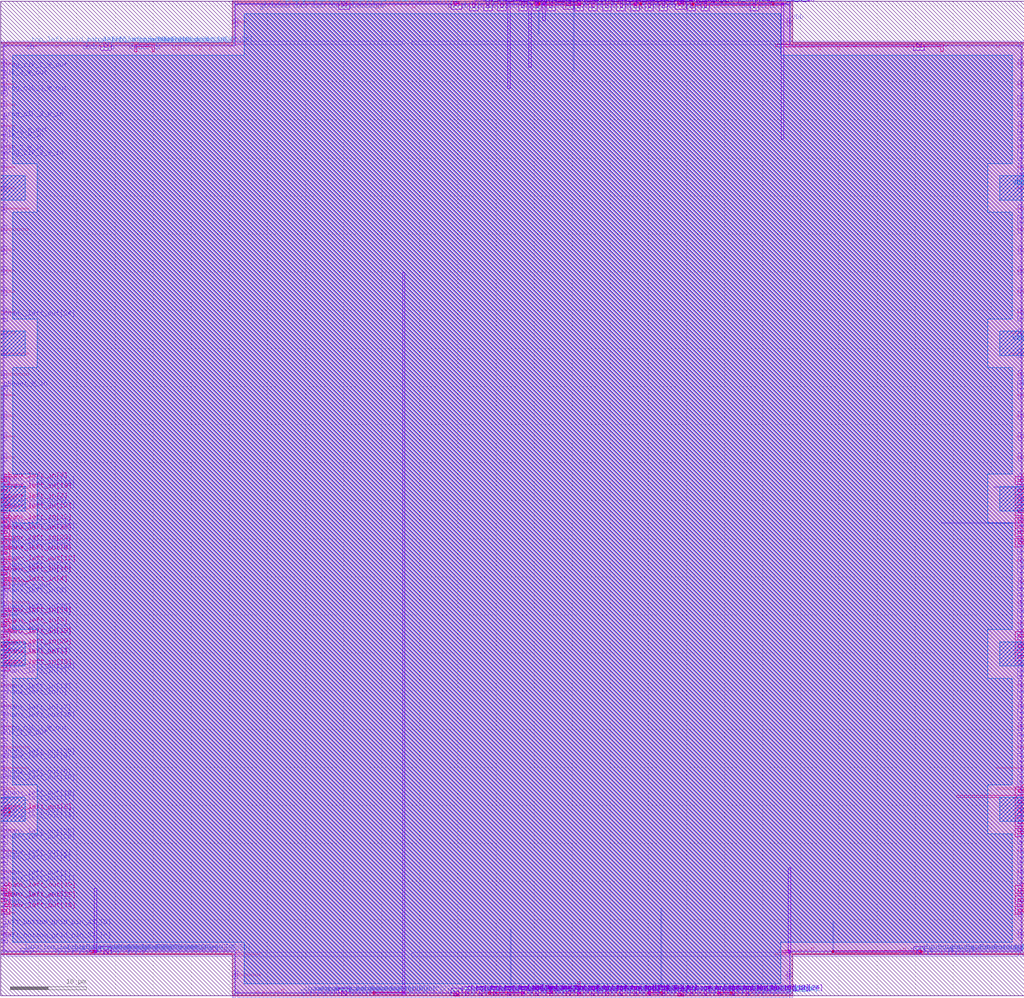
<source format=lef>
VERSION 5.7 ;
BUSBITCHARS "[]" ;

UNITS
  DATABASE MICRONS 1000 ;
END UNITS

MANUFACTURINGGRID 0.005 ;

LAYER li1
  TYPE ROUTING ;
  DIRECTION VERTICAL ;
  PITCH 0.46 ;
  WIDTH 0.17 ;
END li1

LAYER mcon
  TYPE CUT ;
END mcon

LAYER met1
  TYPE ROUTING ;
  DIRECTION HORIZONTAL ;
  PITCH 0.34 ;
  WIDTH 0.14 ;
END met1

LAYER via
  TYPE CUT ;
END via

LAYER met2
  TYPE ROUTING ;
  DIRECTION VERTICAL ;
  PITCH 0.46 ;
  WIDTH 0.14 ;
END met2

LAYER via2
  TYPE CUT ;
END via2

LAYER met3
  TYPE ROUTING ;
  DIRECTION HORIZONTAL ;
  PITCH 0.68 ;
  WIDTH 0.3 ;
END met3

LAYER via3
  TYPE CUT ;
END via3

LAYER met4
  TYPE ROUTING ;
  DIRECTION VERTICAL ;
  PITCH 0.92 ;
  WIDTH 0.3 ;
END met4

LAYER via4
  TYPE CUT ;
END via4

LAYER met5
  TYPE ROUTING ;
  DIRECTION HORIZONTAL ;
  PITCH 3.4 ;
  WIDTH 1.6 ;
END met5

LAYER nwell
  TYPE MASTERSLICE ;
END nwell

LAYER pwell
  TYPE MASTERSLICE ;
END pwell

LAYER OVERLAP
  TYPE OVERLAP ;
END OVERLAP

VIA L1M1_PR
  LAYER li1 ;
    RECT -0.085 -0.085 0.085 0.085 ;
  LAYER mcon ;
    RECT -0.085 -0.085 0.085 0.085 ;
  LAYER met1 ;
    RECT -0.145 -0.115 0.145 0.115 ;
END L1M1_PR

VIA L1M1_PR_R
  LAYER li1 ;
    RECT -0.085 -0.085 0.085 0.085 ;
  LAYER mcon ;
    RECT -0.085 -0.085 0.085 0.085 ;
  LAYER met1 ;
    RECT -0.115 -0.145 0.115 0.145 ;
END L1M1_PR_R

VIA L1M1_PR_M
  LAYER li1 ;
    RECT -0.085 -0.085 0.085 0.085 ;
  LAYER mcon ;
    RECT -0.085 -0.085 0.085 0.085 ;
  LAYER met1 ;
    RECT -0.115 -0.145 0.115 0.145 ;
END L1M1_PR_M

VIA L1M1_PR_MR
  LAYER li1 ;
    RECT -0.085 -0.085 0.085 0.085 ;
  LAYER mcon ;
    RECT -0.085 -0.085 0.085 0.085 ;
  LAYER met1 ;
    RECT -0.145 -0.115 0.145 0.115 ;
END L1M1_PR_MR

VIA L1M1_PR_C
  LAYER li1 ;
    RECT -0.085 -0.085 0.085 0.085 ;
  LAYER mcon ;
    RECT -0.085 -0.085 0.085 0.085 ;
  LAYER met1 ;
    RECT -0.145 -0.145 0.145 0.145 ;
END L1M1_PR_C

VIA M1M2_PR
  LAYER met1 ;
    RECT -0.16 -0.13 0.16 0.13 ;
  LAYER via ;
    RECT -0.075 -0.075 0.075 0.075 ;
  LAYER met2 ;
    RECT -0.13 -0.16 0.13 0.16 ;
END M1M2_PR

VIA M1M2_PR_Enc
  LAYER met1 ;
    RECT -0.16 -0.13 0.16 0.13 ;
  LAYER via ;
    RECT -0.075 -0.075 0.075 0.075 ;
  LAYER met2 ;
    RECT -0.16 -0.13 0.16 0.13 ;
END M1M2_PR_Enc

VIA M1M2_PR_R
  LAYER met1 ;
    RECT -0.13 -0.16 0.13 0.16 ;
  LAYER via ;
    RECT -0.075 -0.075 0.075 0.075 ;
  LAYER met2 ;
    RECT -0.16 -0.13 0.16 0.13 ;
END M1M2_PR_R

VIA M1M2_PR_R_Enc
  LAYER met1 ;
    RECT -0.13 -0.16 0.13 0.16 ;
  LAYER via ;
    RECT -0.075 -0.075 0.075 0.075 ;
  LAYER met2 ;
    RECT -0.13 -0.16 0.13 0.16 ;
END M1M2_PR_R_Enc

VIA M1M2_PR_M
  LAYER met1 ;
    RECT -0.16 -0.13 0.16 0.13 ;
  LAYER via ;
    RECT -0.075 -0.075 0.075 0.075 ;
  LAYER met2 ;
    RECT -0.16 -0.13 0.16 0.13 ;
END M1M2_PR_M

VIA M1M2_PR_M_Enc
  LAYER met1 ;
    RECT -0.16 -0.13 0.16 0.13 ;
  LAYER via ;
    RECT -0.075 -0.075 0.075 0.075 ;
  LAYER met2 ;
    RECT -0.13 -0.16 0.13 0.16 ;
END M1M2_PR_M_Enc

VIA M1M2_PR_MR
  LAYER met1 ;
    RECT -0.13 -0.16 0.13 0.16 ;
  LAYER via ;
    RECT -0.075 -0.075 0.075 0.075 ;
  LAYER met2 ;
    RECT -0.13 -0.16 0.13 0.16 ;
END M1M2_PR_MR

VIA M1M2_PR_MR_Enc
  LAYER met1 ;
    RECT -0.13 -0.16 0.13 0.16 ;
  LAYER via ;
    RECT -0.075 -0.075 0.075 0.075 ;
  LAYER met2 ;
    RECT -0.16 -0.13 0.16 0.13 ;
END M1M2_PR_MR_Enc

VIA M1M2_PR_C
  LAYER met1 ;
    RECT -0.16 -0.16 0.16 0.16 ;
  LAYER via ;
    RECT -0.075 -0.075 0.075 0.075 ;
  LAYER met2 ;
    RECT -0.16 -0.16 0.16 0.16 ;
END M1M2_PR_C

VIA M2M3_PR
  LAYER met2 ;
    RECT -0.14 -0.185 0.14 0.185 ;
  LAYER via2 ;
    RECT -0.1 -0.1 0.1 0.1 ;
  LAYER met3 ;
    RECT -0.165 -0.165 0.165 0.165 ;
END M2M3_PR

VIA M2M3_PR_R
  LAYER met2 ;
    RECT -0.185 -0.14 0.185 0.14 ;
  LAYER via2 ;
    RECT -0.1 -0.1 0.1 0.1 ;
  LAYER met3 ;
    RECT -0.165 -0.165 0.165 0.165 ;
END M2M3_PR_R

VIA M2M3_PR_M
  LAYER met2 ;
    RECT -0.14 -0.185 0.14 0.185 ;
  LAYER via2 ;
    RECT -0.1 -0.1 0.1 0.1 ;
  LAYER met3 ;
    RECT -0.165 -0.165 0.165 0.165 ;
END M2M3_PR_M

VIA M2M3_PR_MR
  LAYER met2 ;
    RECT -0.185 -0.14 0.185 0.14 ;
  LAYER via2 ;
    RECT -0.1 -0.1 0.1 0.1 ;
  LAYER met3 ;
    RECT -0.165 -0.165 0.165 0.165 ;
END M2M3_PR_MR

VIA M2M3_PR_C
  LAYER met2 ;
    RECT -0.185 -0.185 0.185 0.185 ;
  LAYER via2 ;
    RECT -0.1 -0.1 0.1 0.1 ;
  LAYER met3 ;
    RECT -0.165 -0.165 0.165 0.165 ;
END M2M3_PR_C

VIA M3M4_PR
  LAYER met3 ;
    RECT -0.19 -0.16 0.19 0.16 ;
  LAYER via3 ;
    RECT -0.1 -0.1 0.1 0.1 ;
  LAYER met4 ;
    RECT -0.165 -0.165 0.165 0.165 ;
END M3M4_PR

VIA M3M4_PR_R
  LAYER met3 ;
    RECT -0.16 -0.19 0.16 0.19 ;
  LAYER via3 ;
    RECT -0.1 -0.1 0.1 0.1 ;
  LAYER met4 ;
    RECT -0.165 -0.165 0.165 0.165 ;
END M3M4_PR_R

VIA M3M4_PR_M
  LAYER met3 ;
    RECT -0.19 -0.16 0.19 0.16 ;
  LAYER via3 ;
    RECT -0.1 -0.1 0.1 0.1 ;
  LAYER met4 ;
    RECT -0.165 -0.165 0.165 0.165 ;
END M3M4_PR_M

VIA M3M4_PR_MR
  LAYER met3 ;
    RECT -0.16 -0.19 0.16 0.19 ;
  LAYER via3 ;
    RECT -0.1 -0.1 0.1 0.1 ;
  LAYER met4 ;
    RECT -0.165 -0.165 0.165 0.165 ;
END M3M4_PR_MR

VIA M3M4_PR_C
  LAYER met3 ;
    RECT -0.19 -0.19 0.19 0.19 ;
  LAYER via3 ;
    RECT -0.1 -0.1 0.1 0.1 ;
  LAYER met4 ;
    RECT -0.165 -0.165 0.165 0.165 ;
END M3M4_PR_C

VIA M4M5_PR
  LAYER met4 ;
    RECT -0.59 -0.59 0.59 0.59 ;
  LAYER via4 ;
    RECT -0.4 -0.4 0.4 0.4 ;
  LAYER met5 ;
    RECT -0.71 -0.71 0.71 0.71 ;
END M4M5_PR

VIA M4M5_PR_R
  LAYER met4 ;
    RECT -0.59 -0.59 0.59 0.59 ;
  LAYER via4 ;
    RECT -0.4 -0.4 0.4 0.4 ;
  LAYER met5 ;
    RECT -0.71 -0.71 0.71 0.71 ;
END M4M5_PR_R

VIA M4M5_PR_M
  LAYER met4 ;
    RECT -0.59 -0.59 0.59 0.59 ;
  LAYER via4 ;
    RECT -0.4 -0.4 0.4 0.4 ;
  LAYER met5 ;
    RECT -0.71 -0.71 0.71 0.71 ;
END M4M5_PR_M

VIA M4M5_PR_MR
  LAYER met4 ;
    RECT -0.59 -0.59 0.59 0.59 ;
  LAYER via4 ;
    RECT -0.4 -0.4 0.4 0.4 ;
  LAYER met5 ;
    RECT -0.71 -0.71 0.71 0.71 ;
END M4M5_PR_MR

VIA M4M5_PR_C
  LAYER met4 ;
    RECT -0.59 -0.59 0.59 0.59 ;
  LAYER via4 ;
    RECT -0.4 -0.4 0.4 0.4 ;
  LAYER met5 ;
    RECT -0.71 -0.71 0.71 0.71 ;
END M4M5_PR_C

SITE unit
  CLASS CORE ;
  SYMMETRY Y ;
  SIZE 0.46 BY 2.72 ;
END unit

SITE unithddbl
  CLASS CORE ;
  SIZE 0.46 BY 5.44 ;
END unithddbl

MACRO sb_1__1_
  CLASS BLOCK ;
  ORIGIN 0 0 ;
  SIZE 134.32 BY 130.56 ;
  SYMMETRY X Y ;
  PIN pReset[0]
    DIRECTION INPUT ;
    USE SIGNAL ;
    PORT
      LAYER met2 ;
        RECT 59.04 130.075 59.18 130.56 ;
    END
  END pReset[0]
  PIN chany_top_in[0]
    DIRECTION INPUT ;
    USE SIGNAL ;
    PORT
      LAYER met4 ;
        RECT 75.75 129.76 76.05 130.56 ;
    END
  END chany_top_in[0]
  PIN chany_top_in[1]
    DIRECTION INPUT ;
    USE SIGNAL ;
    PORT
      LAYER met4 ;
        RECT 79.43 129.76 79.73 130.56 ;
    END
  END chany_top_in[1]
  PIN chany_top_in[2]
    DIRECTION INPUT ;
    USE SIGNAL ;
    PORT
      LAYER met2 ;
        RECT 87.1 130.075 87.24 130.56 ;
    END
  END chany_top_in[2]
  PIN chany_top_in[3]
    DIRECTION INPUT ;
    USE SIGNAL ;
    PORT
      LAYER met4 ;
        RECT 86.79 129.76 87.09 130.56 ;
    END
  END chany_top_in[3]
  PIN chany_top_in[4]
    DIRECTION INPUT ;
    USE SIGNAL ;
    PORT
      LAYER met4 ;
        RECT 63.79 129.76 64.09 130.56 ;
    END
  END chany_top_in[4]
  PIN chany_top_in[5]
    DIRECTION INPUT ;
    USE SIGNAL ;
    PORT
      LAYER met2 ;
        RECT 71 130.075 71.14 130.56 ;
    END
  END chany_top_in[5]
  PIN chany_top_in[6]
    DIRECTION INPUT ;
    USE SIGNAL ;
    PORT
      LAYER met2 ;
        RECT 92.62 130.075 92.76 130.56 ;
    END
  END chany_top_in[6]
  PIN chany_top_in[7]
    DIRECTION INPUT ;
    USE SIGNAL ;
    PORT
      LAYER met4 ;
        RECT 77.59 129.76 77.89 130.56 ;
    END
  END chany_top_in[7]
  PIN chany_top_in[8]
    DIRECTION INPUT ;
    USE SIGNAL ;
    PORT
      LAYER met4 ;
        RECT 70.23 129.76 70.53 130.56 ;
    END
  END chany_top_in[8]
  PIN chany_top_in[9]
    DIRECTION INPUT ;
    USE SIGNAL ;
    PORT
      LAYER met2 ;
        RECT 34.66 130.075 34.8 130.56 ;
    END
  END chany_top_in[9]
  PIN chany_top_in[10]
    DIRECTION INPUT ;
    USE SIGNAL ;
    PORT
      LAYER met2 ;
        RECT 35.58 130.075 35.72 130.56 ;
    END
  END chany_top_in[10]
  PIN chany_top_in[11]
    DIRECTION INPUT ;
    USE SIGNAL ;
    PORT
      LAYER met2 ;
        RECT 95.84 130.075 95.98 130.56 ;
    END
  END chany_top_in[11]
  PIN chany_top_in[12]
    DIRECTION INPUT ;
    USE SIGNAL ;
    PORT
      LAYER met2 ;
        RECT 81.58 130.075 81.72 130.56 ;
    END
  END chany_top_in[12]
  PIN chany_top_in[13]
    DIRECTION INPUT ;
    USE SIGNAL ;
    PORT
      LAYER met2 ;
        RECT 78.36 130.075 78.5 130.56 ;
    END
  END chany_top_in[13]
  PIN chany_top_in[14]
    DIRECTION INPUT ;
    USE SIGNAL ;
    PORT
      LAYER met4 ;
        RECT 61.95 129.76 62.25 130.56 ;
    END
  END chany_top_in[14]
  PIN chany_top_in[15]
    DIRECTION INPUT ;
    USE SIGNAL ;
    PORT
      LAYER met4 ;
        RECT 72.07 129.76 72.37 130.56 ;
    END
  END chany_top_in[15]
  PIN chany_top_in[16]
    DIRECTION INPUT ;
    USE SIGNAL ;
    PORT
      LAYER met2 ;
        RECT 86.18 130.075 86.32 130.56 ;
    END
  END chany_top_in[16]
  PIN chany_top_in[17]
    DIRECTION INPUT ;
    USE SIGNAL ;
    PORT
      LAYER met2 ;
        RECT 94 130.075 94.14 130.56 ;
    END
  END chany_top_in[17]
  PIN chany_top_in[18]
    DIRECTION INPUT ;
    USE SIGNAL ;
    PORT
      LAYER met4 ;
        RECT 83.11 129.76 83.41 130.56 ;
    END
  END chany_top_in[18]
  PIN chany_top_in[19]
    DIRECTION INPUT ;
    USE SIGNAL ;
    PORT
      LAYER met2 ;
        RECT 80.2 130.075 80.34 130.56 ;
    END
  END chany_top_in[19]
  PIN chany_top_in[20]
    DIRECTION INPUT ;
    USE SIGNAL ;
    PORT
      LAYER met2 ;
        RECT 42.02 130.075 42.16 130.56 ;
    END
  END chany_top_in[20]
  PIN chany_top_in[21]
    DIRECTION INPUT ;
    USE SIGNAL ;
    PORT
      LAYER met4 ;
        RECT 65.63 129.76 65.93 130.56 ;
    END
  END chany_top_in[21]
  PIN chany_top_in[22]
    DIRECTION INPUT ;
    USE SIGNAL ;
    PORT
      LAYER met4 ;
        RECT 68.39 129.76 68.69 130.56 ;
    END
  END chany_top_in[22]
  PIN chany_top_in[23]
    DIRECTION INPUT ;
    USE SIGNAL ;
    PORT
      LAYER met2 ;
        RECT 83.42 130.075 83.56 130.56 ;
    END
  END chany_top_in[23]
  PIN chany_top_in[24]
    DIRECTION INPUT ;
    USE SIGNAL ;
    PORT
      LAYER met4 ;
        RECT 81.27 129.76 81.57 130.56 ;
    END
  END chany_top_in[24]
  PIN chany_top_in[25]
    DIRECTION INPUT ;
    USE SIGNAL ;
    PORT
      LAYER met4 ;
        RECT 84.95 129.76 85.25 130.56 ;
    END
  END chany_top_in[25]
  PIN chany_top_in[26]
    DIRECTION INPUT ;
    USE SIGNAL ;
    PORT
      LAYER met2 ;
        RECT 88.02 130.075 88.16 130.56 ;
    END
  END chany_top_in[26]
  PIN chany_top_in[27]
    DIRECTION INPUT ;
    USE SIGNAL ;
    PORT
      LAYER met2 ;
        RECT 89.86 130.075 90 130.56 ;
    END
  END chany_top_in[27]
  PIN chany_top_in[28]
    DIRECTION INPUT ;
    USE SIGNAL ;
    PORT
      LAYER met2 ;
        RECT 91.7 130.075 91.84 130.56 ;
    END
  END chany_top_in[28]
  PIN chany_top_in[29]
    DIRECTION INPUT ;
    USE SIGNAL ;
    PORT
      LAYER met2 ;
        RECT 82.5 130.075 82.64 130.56 ;
    END
  END chany_top_in[29]
  PIN top_left_grid_pin_44_[0]
    DIRECTION INPUT ;
    USE SIGNAL ;
    PORT
      LAYER met2 ;
        RECT 17.18 124.635 17.32 125.12 ;
    END
  END top_left_grid_pin_44_[0]
  PIN top_left_grid_pin_45_[0]
    DIRECTION INPUT ;
    USE SIGNAL ;
    PORT
      LAYER met2 ;
        RECT 12.12 124.635 12.26 125.12 ;
    END
  END top_left_grid_pin_45_[0]
  PIN top_left_grid_pin_46_[0]
    DIRECTION INPUT ;
    USE SIGNAL ;
    PORT
      LAYER met2 ;
        RECT 19.02 124.635 19.16 125.12 ;
    END
  END top_left_grid_pin_46_[0]
  PIN top_left_grid_pin_47_[0]
    DIRECTION INPUT ;
    USE SIGNAL ;
    PORT
      LAYER met2 ;
        RECT 20.4 124.635 20.54 125.12 ;
    END
  END top_left_grid_pin_47_[0]
  PIN top_left_grid_pin_48_[0]
    DIRECTION INPUT ;
    USE SIGNAL ;
    PORT
      LAYER met2 ;
        RECT 3.84 124.635 3.98 125.12 ;
    END
  END top_left_grid_pin_48_[0]
  PIN top_left_grid_pin_49_[0]
    DIRECTION INPUT ;
    USE SIGNAL ;
    PORT
      LAYER met2 ;
        RECT 14.42 124.635 14.56 125.12 ;
    END
  END top_left_grid_pin_49_[0]
  PIN top_left_grid_pin_50_[0]
    DIRECTION INPUT ;
    USE SIGNAL ;
    PORT
      LAYER met2 ;
        RECT 11.2 124.635 11.34 125.12 ;
    END
  END top_left_grid_pin_50_[0]
  PIN top_left_grid_pin_51_[0]
    DIRECTION INPUT ;
    USE SIGNAL ;
    PORT
      LAYER met2 ;
        RECT 18.1 124.635 18.24 125.12 ;
    END
  END top_left_grid_pin_51_[0]
  PIN chanx_right_in[0]
    DIRECTION INPUT ;
    USE SIGNAL ;
    PORT
      LAYER met3 ;
        RECT 133.52 47.11 134.32 47.41 ;
    END
  END chanx_right_in[0]
  PIN chanx_right_in[1]
    DIRECTION INPUT ;
    USE SIGNAL ;
    PORT
      LAYER met3 ;
        RECT 133.52 60.71 134.32 61.01 ;
    END
  END chanx_right_in[1]
  PIN chanx_right_in[2]
    DIRECTION INPUT ;
    USE SIGNAL ;
    PORT
      LAYER met3 ;
        RECT 133.52 67.51 134.32 67.81 ;
    END
  END chanx_right_in[2]
  PIN chanx_right_in[3]
    DIRECTION INPUT ;
    USE SIGNAL ;
    PORT
      LAYER met3 ;
        RECT 133.52 45.75 134.32 46.05 ;
    END
  END chanx_right_in[3]
  PIN chanx_right_in[4]
    DIRECTION INPUT ;
    USE SIGNAL ;
    PORT
      LAYER met1 ;
        RECT 133.725 37.16 134.32 37.3 ;
    END
  END chanx_right_in[4]
  PIN chanx_right_in[5]
    DIRECTION INPUT ;
    USE SIGNAL ;
    PORT
      LAYER met1 ;
        RECT 133.725 34.1 134.32 34.24 ;
    END
  END chanx_right_in[5]
  PIN chanx_right_in[6]
    DIRECTION INPUT ;
    USE SIGNAL ;
    PORT
      LAYER met1 ;
        RECT 133.725 52.46 134.32 52.6 ;
    END
  END chanx_right_in[6]
  PIN chanx_right_in[7]
    DIRECTION INPUT ;
    USE SIGNAL ;
    PORT
      LAYER met3 ;
        RECT 133.52 44.39 134.32 44.69 ;
    END
  END chanx_right_in[7]
  PIN chanx_right_in[8]
    DIRECTION INPUT ;
    USE SIGNAL ;
    PORT
      LAYER met3 ;
        RECT 133.52 59.35 134.32 59.65 ;
    END
  END chanx_right_in[8]
  PIN chanx_right_in[9]
    DIRECTION INPUT ;
    USE SIGNAL ;
    PORT
      LAYER met3 ;
        RECT 133.52 26.71 134.32 27.01 ;
    END
  END chanx_right_in[9]
  PIN chanx_right_in[10]
    DIRECTION INPUT ;
    USE SIGNAL ;
    PORT
      LAYER met1 ;
        RECT 133.725 15.4 134.32 15.54 ;
    END
  END chanx_right_in[10]
  PIN chanx_right_in[11]
    DIRECTION INPUT ;
    USE SIGNAL ;
    PORT
      LAYER met1 ;
        RECT 133.725 44.64 134.32 44.78 ;
    END
  END chanx_right_in[11]
  PIN chanx_right_in[12]
    DIRECTION INPUT ;
    USE SIGNAL ;
    PORT
      LAYER met1 ;
        RECT 133.725 58.24 134.32 58.38 ;
    END
  END chanx_right_in[12]
  PIN chanx_right_in[13]
    DIRECTION INPUT ;
    USE SIGNAL ;
    PORT
      LAYER met3 ;
        RECT 133.52 64.79 134.32 65.09 ;
    END
  END chanx_right_in[13]
  PIN chanx_right_in[14]
    DIRECTION INPUT ;
    USE SIGNAL ;
    PORT
      LAYER met1 ;
        RECT 133.725 42.6 134.32 42.74 ;
    END
  END chanx_right_in[14]
  PIN chanx_right_in[15]
    DIRECTION INPUT ;
    USE SIGNAL ;
    PORT
      LAYER met1 ;
        RECT 133.725 50.42 134.32 50.56 ;
    END
  END chanx_right_in[15]
  PIN chanx_right_in[16]
    DIRECTION INPUT ;
    USE SIGNAL ;
    PORT
      LAYER met1 ;
        RECT 133.725 14.72 134.32 14.86 ;
    END
  END chanx_right_in[16]
  PIN chanx_right_in[17]
    DIRECTION INPUT ;
    USE SIGNAL ;
    PORT
      LAYER met1 ;
        RECT 133.725 39.88 134.32 40.02 ;
    END
  END chanx_right_in[17]
  PIN chanx_right_in[18]
    DIRECTION INPUT ;
    USE SIGNAL ;
    PORT
      LAYER met1 ;
        RECT 133.725 41.92 134.32 42.06 ;
    END
  END chanx_right_in[18]
  PIN chanx_right_in[19]
    DIRECTION INPUT ;
    USE SIGNAL ;
    PORT
      LAYER met3 ;
        RECT 133.52 62.07 134.32 62.37 ;
    END
  END chanx_right_in[19]
  PIN chanx_right_in[20]
    DIRECTION INPUT ;
    USE SIGNAL ;
    PORT
      LAYER met1 ;
        RECT 133.725 33.42 134.32 33.56 ;
    END
  END chanx_right_in[20]
  PIN chanx_right_in[21]
    DIRECTION INPUT ;
    USE SIGNAL ;
    PORT
      LAYER met3 ;
        RECT 133.52 23.99 134.32 24.29 ;
    END
  END chanx_right_in[21]
  PIN chanx_right_in[22]
    DIRECTION INPUT ;
    USE SIGNAL ;
    PORT
      LAYER met1 ;
        RECT 133.725 47.02 134.32 47.16 ;
    END
  END chanx_right_in[22]
  PIN chanx_right_in[23]
    DIRECTION INPUT ;
    USE SIGNAL ;
    PORT
      LAYER met1 ;
        RECT 133.725 45.32 134.32 45.46 ;
    END
  END chanx_right_in[23]
  PIN chanx_right_in[24]
    DIRECTION INPUT ;
    USE SIGNAL ;
    PORT
      LAYER met1 ;
        RECT 133.725 63.68 134.32 63.82 ;
    END
  END chanx_right_in[24]
  PIN chanx_right_in[25]
    DIRECTION INPUT ;
    USE SIGNAL ;
    PORT
      LAYER met1 ;
        RECT 133.725 49.74 134.32 49.88 ;
    END
  END chanx_right_in[25]
  PIN chanx_right_in[26]
    DIRECTION INPUT ;
    USE SIGNAL ;
    PORT
      LAYER met1 ;
        RECT 133.725 39.2 134.32 39.34 ;
    END
  END chanx_right_in[26]
  PIN chanx_right_in[27]
    DIRECTION INPUT ;
    USE SIGNAL ;
    PORT
      LAYER met3 ;
        RECT 133.52 21.27 134.32 21.57 ;
    END
  END chanx_right_in[27]
  PIN chanx_right_in[28]
    DIRECTION INPUT ;
    USE SIGNAL ;
    PORT
      LAYER met1 ;
        RECT 133.725 36.48 134.32 36.62 ;
    END
  END chanx_right_in[28]
  PIN chanx_right_in[29]
    DIRECTION INPUT ;
    USE SIGNAL ;
    PORT
      LAYER met1 ;
        RECT 133.725 47.7 134.32 47.84 ;
    END
  END chanx_right_in[29]
  PIN right_bottom_grid_pin_36_[0]
    DIRECTION INPUT ;
    USE SIGNAL ;
    PORT
      LAYER met2 ;
        RECT 124.36 5.44 124.5 5.925 ;
    END
  END right_bottom_grid_pin_36_[0]
  PIN right_bottom_grid_pin_37_[0]
    DIRECTION INPUT ;
    USE SIGNAL ;
    PORT
      LAYER met2 ;
        RECT 127.12 5.44 127.26 5.925 ;
    END
  END right_bottom_grid_pin_37_[0]
  PIN right_bottom_grid_pin_38_[0]
    DIRECTION INPUT ;
    USE SIGNAL ;
    PORT
      LAYER met2 ;
        RECT 126.2 5.44 126.34 5.925 ;
    END
  END right_bottom_grid_pin_38_[0]
  PIN right_bottom_grid_pin_39_[0]
    DIRECTION INPUT ;
    USE SIGNAL ;
    PORT
      LAYER met2 ;
        RECT 125.28 5.44 125.42 5.925 ;
    END
  END right_bottom_grid_pin_39_[0]
  PIN right_bottom_grid_pin_40_[0]
    DIRECTION INPUT ;
    USE SIGNAL ;
    PORT
      LAYER met2 ;
        RECT 119.76 5.44 119.9 5.925 ;
    END
  END right_bottom_grid_pin_40_[0]
  PIN right_bottom_grid_pin_41_[0]
    DIRECTION INPUT ;
    USE SIGNAL ;
    PORT
      LAYER met2 ;
        RECT 120.68 5.44 120.82 5.925 ;
    END
  END right_bottom_grid_pin_41_[0]
  PIN right_bottom_grid_pin_42_[0]
    DIRECTION INPUT ;
    USE SIGNAL ;
    PORT
      LAYER met2 ;
        RECT 123.44 5.44 123.58 5.925 ;
    END
  END right_bottom_grid_pin_42_[0]
  PIN right_bottom_grid_pin_43_[0]
    DIRECTION INPUT ;
    USE SIGNAL ;
    PORT
      LAYER met2 ;
        RECT 121.6 5.44 121.74 5.925 ;
    END
  END right_bottom_grid_pin_43_[0]
  PIN chany_bottom_in[0]
    DIRECTION INPUT ;
    USE SIGNAL ;
    PORT
      LAYER met4 ;
        RECT 70.23 0 70.53 0.8 ;
    END
  END chany_bottom_in[0]
  PIN chany_bottom_in[1]
    DIRECTION INPUT ;
    USE SIGNAL ;
    PORT
      LAYER met4 ;
        RECT 90.47 0 90.77 0.8 ;
    END
  END chany_bottom_in[1]
  PIN chany_bottom_in[2]
    DIRECTION INPUT ;
    USE SIGNAL ;
    PORT
      LAYER met4 ;
        RECT 66.55 0 66.85 0.8 ;
    END
  END chany_bottom_in[2]
  PIN chany_bottom_in[3]
    DIRECTION INPUT ;
    USE SIGNAL ;
    PORT
      LAYER met4 ;
        RECT 92.31 0 92.61 0.8 ;
    END
  END chany_bottom_in[3]
  PIN chany_bottom_in[4]
    DIRECTION INPUT ;
    USE SIGNAL ;
    PORT
      LAYER met4 ;
        RECT 86.79 0 87.09 0.8 ;
    END
  END chany_bottom_in[4]
  PIN chany_bottom_in[5]
    DIRECTION INPUT ;
    USE SIGNAL ;
    PORT
      LAYER met4 ;
        RECT 62.87 0 63.17 0.8 ;
    END
  END chany_bottom_in[5]
  PIN chany_bottom_in[6]
    DIRECTION INPUT ;
    USE SIGNAL ;
    PORT
      LAYER met2 ;
        RECT 59.04 0 59.18 0.485 ;
    END
  END chany_bottom_in[6]
  PIN chany_bottom_in[7]
    DIRECTION INPUT ;
    USE SIGNAL ;
    PORT
      LAYER met2 ;
        RECT 39.72 0 39.86 0.485 ;
    END
  END chany_bottom_in[7]
  PIN chany_bottom_in[8]
    DIRECTION INPUT ;
    USE SIGNAL ;
    PORT
      LAYER met2 ;
        RECT 92.62 0 92.76 0.485 ;
    END
  END chany_bottom_in[8]
  PIN chany_bottom_in[9]
    DIRECTION INPUT ;
    USE SIGNAL ;
    PORT
      LAYER met2 ;
        RECT 75.6 0 75.74 0.485 ;
    END
  END chany_bottom_in[9]
  PIN chany_bottom_in[10]
    DIRECTION INPUT ;
    USE SIGNAL ;
    PORT
      LAYER met4 ;
        RECT 75.75 0 76.05 0.8 ;
    END
  END chany_bottom_in[10]
  PIN chany_bottom_in[11]
    DIRECTION INPUT ;
    USE SIGNAL ;
    PORT
      LAYER met4 ;
        RECT 72.07 0 72.37 0.8 ;
    END
  END chany_bottom_in[11]
  PIN chany_bottom_in[12]
    DIRECTION INPUT ;
    USE SIGNAL ;
    PORT
      LAYER met4 ;
        RECT 95.99 0 96.29 0.8 ;
    END
  END chany_bottom_in[12]
  PIN chany_bottom_in[13]
    DIRECTION INPUT ;
    USE SIGNAL ;
    PORT
      LAYER met2 ;
        RECT 97.22 0 97.36 0.485 ;
    END
  END chany_bottom_in[13]
  PIN chany_bottom_in[14]
    DIRECTION INPUT ;
    USE SIGNAL ;
    PORT
      LAYER met2 ;
        RECT 94.46 0 94.6 0.485 ;
    END
  END chany_bottom_in[14]
  PIN chany_bottom_in[15]
    DIRECTION INPUT ;
    USE SIGNAL ;
    PORT
      LAYER met2 ;
        RECT 76.52 0 76.66 0.485 ;
    END
  END chany_bottom_in[15]
  PIN chany_bottom_in[16]
    DIRECTION INPUT ;
    USE SIGNAL ;
    PORT
      LAYER met4 ;
        RECT 64.71 0 65.01 0.8 ;
    END
  END chany_bottom_in[16]
  PIN chany_bottom_in[17]
    DIRECTION INPUT ;
    USE SIGNAL ;
    PORT
      LAYER met4 ;
        RECT 61.03 0 61.33 0.8 ;
    END
  END chany_bottom_in[17]
  PIN chany_bottom_in[18]
    DIRECTION INPUT ;
    USE SIGNAL ;
    PORT
      LAYER met4 ;
        RECT 94.15 0 94.45 0.8 ;
    END
  END chany_bottom_in[18]
  PIN chany_bottom_in[19]
    DIRECTION INPUT ;
    USE SIGNAL ;
    PORT
      LAYER met4 ;
        RECT 81.27 0 81.57 0.8 ;
    END
  END chany_bottom_in[19]
  PIN chany_bottom_in[20]
    DIRECTION INPUT ;
    USE SIGNAL ;
    PORT
      LAYER met2 ;
        RECT 96.3 0 96.44 0.485 ;
    END
  END chany_bottom_in[20]
  PIN chany_bottom_in[21]
    DIRECTION INPUT ;
    USE SIGNAL ;
    PORT
      LAYER met2 ;
        RECT 95.38 0 95.52 0.485 ;
    END
  END chany_bottom_in[21]
  PIN chany_bottom_in[22]
    DIRECTION INPUT ;
    USE SIGNAL ;
    PORT
      LAYER met2 ;
        RECT 40.64 0 40.78 0.485 ;
    END
  END chany_bottom_in[22]
  PIN chany_bottom_in[23]
    DIRECTION INPUT ;
    USE SIGNAL ;
    PORT
      LAYER met2 ;
        RECT 74.68 0 74.82 0.485 ;
    END
  END chany_bottom_in[23]
  PIN chany_bottom_in[24]
    DIRECTION INPUT ;
    USE SIGNAL ;
    PORT
      LAYER met4 ;
        RECT 97.83 0 98.13 0.8 ;
    END
  END chany_bottom_in[24]
  PIN chany_bottom_in[25]
    DIRECTION INPUT ;
    USE SIGNAL ;
    PORT
      LAYER met2 ;
        RECT 80.2 0 80.34 0.485 ;
    END
  END chany_bottom_in[25]
  PIN chany_bottom_in[26]
    DIRECTION INPUT ;
    USE SIGNAL ;
    PORT
      LAYER met4 ;
        RECT 68.39 0 68.69 0.8 ;
    END
  END chany_bottom_in[26]
  PIN chany_bottom_in[27]
    DIRECTION INPUT ;
    USE SIGNAL ;
    PORT
      LAYER met2 ;
        RECT 90.78 0 90.92 0.485 ;
    END
  END chany_bottom_in[27]
  PIN chany_bottom_in[28]
    DIRECTION INPUT ;
    USE SIGNAL ;
    PORT
      LAYER met4 ;
        RECT 77.59 0 77.89 0.8 ;
    END
  END chany_bottom_in[28]
  PIN chany_bottom_in[29]
    DIRECTION INPUT ;
    USE SIGNAL ;
    PORT
      LAYER met4 ;
        RECT 79.43 0 79.73 0.8 ;
    END
  END chany_bottom_in[29]
  PIN bottom_left_grid_pin_44_[0]
    DIRECTION INPUT ;
    USE SIGNAL ;
    PORT
      LAYER met2 ;
        RECT 16.72 5.44 16.86 5.925 ;
    END
  END bottom_left_grid_pin_44_[0]
  PIN bottom_left_grid_pin_45_[0]
    DIRECTION INPUT ;
    USE SIGNAL ;
    PORT
      LAYER met2 ;
        RECT 3.84 5.44 3.98 5.925 ;
    END
  END bottom_left_grid_pin_45_[0]
  PIN bottom_left_grid_pin_46_[0]
    DIRECTION INPUT ;
    USE SIGNAL ;
    PORT
      LAYER met2 ;
        RECT 18.56 5.44 18.7 5.925 ;
    END
  END bottom_left_grid_pin_46_[0]
  PIN bottom_left_grid_pin_47_[0]
    DIRECTION INPUT ;
    USE SIGNAL ;
    PORT
      LAYER met2 ;
        RECT 17.64 5.44 17.78 5.925 ;
    END
  END bottom_left_grid_pin_47_[0]
  PIN bottom_left_grid_pin_48_[0]
    DIRECTION INPUT ;
    USE SIGNAL ;
    PORT
      LAYER met2 ;
        RECT 10.28 5.44 10.42 5.925 ;
    END
  END bottom_left_grid_pin_48_[0]
  PIN bottom_left_grid_pin_49_[0]
    DIRECTION INPUT ;
    USE SIGNAL ;
    PORT
      LAYER met2 ;
        RECT 13.5 5.44 13.64 5.925 ;
    END
  END bottom_left_grid_pin_49_[0]
  PIN bottom_left_grid_pin_50_[0]
    DIRECTION INPUT ;
    USE SIGNAL ;
    PORT
      LAYER met2 ;
        RECT 15.34 5.44 15.48 5.925 ;
    END
  END bottom_left_grid_pin_50_[0]
  PIN bottom_left_grid_pin_51_[0]
    DIRECTION INPUT ;
    USE SIGNAL ;
    PORT
      LAYER met2 ;
        RECT 14.42 5.44 14.56 5.925 ;
    END
  END bottom_left_grid_pin_51_[0]
  PIN chanx_left_in[0]
    DIRECTION INPUT ;
    USE SIGNAL ;
    PORT
      LAYER met1 ;
        RECT 0 39.2 0.595 39.34 ;
    END
  END chanx_left_in[0]
  PIN chanx_left_in[1]
    DIRECTION INPUT ;
    USE SIGNAL ;
    PORT
      LAYER met3 ;
        RECT 0 44.39 0.8 44.69 ;
    END
  END chanx_left_in[1]
  PIN chanx_left_in[2]
    DIRECTION INPUT ;
    USE SIGNAL ;
    PORT
      LAYER met3 ;
        RECT 0 64.79 0.8 65.09 ;
    END
  END chanx_left_in[2]
  PIN chanx_left_in[3]
    DIRECTION INPUT ;
    USE SIGNAL ;
    PORT
      LAYER met3 ;
        RECT 0 48.47 0.8 48.77 ;
    END
  END chanx_left_in[3]
  PIN chanx_left_in[4]
    DIRECTION INPUT ;
    USE SIGNAL ;
    PORT
      LAYER met3 ;
        RECT 0 53.91 0.8 54.21 ;
    END
  END chanx_left_in[4]
  PIN chanx_left_in[5]
    DIRECTION INPUT ;
    USE SIGNAL ;
    PORT
      LAYER met1 ;
        RECT 0 12.68 0.595 12.82 ;
    END
  END chanx_left_in[5]
  PIN chanx_left_in[6]
    DIRECTION INPUT ;
    USE SIGNAL ;
    PORT
      LAYER met1 ;
        RECT 0 64.36 0.595 64.5 ;
    END
  END chanx_left_in[6]
  PIN chanx_left_in[7]
    DIRECTION INPUT ;
    USE SIGNAL ;
    PORT
      LAYER met1 ;
        RECT 0 41.92 0.595 42.06 ;
    END
  END chanx_left_in[7]
  PIN chanx_left_in[8]
    DIRECTION INPUT ;
    USE SIGNAL ;
    PORT
      LAYER met1 ;
        RECT 0 52.46 0.595 52.6 ;
    END
  END chanx_left_in[8]
  PIN chanx_left_in[9]
    DIRECTION INPUT ;
    USE SIGNAL ;
    PORT
      LAYER met3 ;
        RECT 0 67.51 0.8 67.81 ;
    END
  END chanx_left_in[9]
  PIN chanx_left_in[10]
    DIRECTION INPUT ;
    USE SIGNAL ;
    PORT
      LAYER met1 ;
        RECT 0 58.24 0.595 58.38 ;
    END
  END chanx_left_in[10]
  PIN chanx_left_in[11]
    DIRECTION INPUT ;
    USE SIGNAL ;
    PORT
      LAYER met1 ;
        RECT 0 55.18 0.595 55.32 ;
    END
  END chanx_left_in[11]
  PIN chanx_left_in[12]
    DIRECTION INPUT ;
    USE SIGNAL ;
    PORT
      LAYER met3 ;
        RECT 0 62.07 0.8 62.37 ;
    END
  END chanx_left_in[12]
  PIN chanx_left_in[13]
    DIRECTION INPUT ;
    USE SIGNAL ;
    PORT
      LAYER met1 ;
        RECT 0 39.88 0.595 40.02 ;
    END
  END chanx_left_in[13]
  PIN chanx_left_in[14]
    DIRECTION INPUT ;
    USE SIGNAL ;
    PORT
      LAYER met3 ;
        RECT 0 49.83 0.8 50.13 ;
    END
  END chanx_left_in[14]
  PIN chanx_left_in[15]
    DIRECTION INPUT ;
    USE SIGNAL ;
    PORT
      LAYER met3 ;
        RECT 0 43.03 0.8 43.33 ;
    END
  END chanx_left_in[15]
  PIN chanx_left_in[16]
    DIRECTION INPUT ;
    USE SIGNAL ;
    PORT
      LAYER met3 ;
        RECT 0 55.27 0.8 55.57 ;
    END
  END chanx_left_in[16]
  PIN chanx_left_in[17]
    DIRECTION INPUT ;
    USE SIGNAL ;
    PORT
      LAYER met1 ;
        RECT 0 37.16 0.595 37.3 ;
    END
  END chanx_left_in[17]
  PIN chanx_left_in[18]
    DIRECTION INPUT ;
    USE SIGNAL ;
    PORT
      LAYER met3 ;
        RECT 0 66.15 0.8 66.45 ;
    END
  END chanx_left_in[18]
  PIN chanx_left_in[19]
    DIRECTION INPUT ;
    USE SIGNAL ;
    PORT
      LAYER met3 ;
        RECT 0 47.11 0.8 47.41 ;
    END
  END chanx_left_in[19]
  PIN chanx_left_in[20]
    DIRECTION INPUT ;
    USE SIGNAL ;
    PORT
      LAYER met3 ;
        RECT 0 60.71 0.8 61.01 ;
    END
  END chanx_left_in[20]
  PIN chanx_left_in[21]
    DIRECTION INPUT ;
    USE SIGNAL ;
    PORT
      LAYER met1 ;
        RECT 0 61.64 0.595 61.78 ;
    END
  END chanx_left_in[21]
  PIN chanx_left_in[22]
    DIRECTION INPUT ;
    USE SIGNAL ;
    PORT
      LAYER met1 ;
        RECT 0 58.92 0.595 59.06 ;
    END
  END chanx_left_in[22]
  PIN chanx_left_in[23]
    DIRECTION INPUT ;
    USE SIGNAL ;
    PORT
      LAYER met1 ;
        RECT 0 49.74 0.595 49.88 ;
    END
  END chanx_left_in[23]
  PIN chanx_left_in[24]
    DIRECTION INPUT ;
    USE SIGNAL ;
    PORT
      LAYER met3 ;
        RECT 0 63.43 0.8 63.73 ;
    END
  END chanx_left_in[24]
  PIN chanx_left_in[25]
    DIRECTION INPUT ;
    USE SIGNAL ;
    PORT
      LAYER met1 ;
        RECT 0 47.7 0.595 47.84 ;
    END
  END chanx_left_in[25]
  PIN chanx_left_in[26]
    DIRECTION INPUT ;
    USE SIGNAL ;
    PORT
      LAYER met1 ;
        RECT 0 50.42 0.595 50.56 ;
    END
  END chanx_left_in[26]
  PIN chanx_left_in[27]
    DIRECTION INPUT ;
    USE SIGNAL ;
    PORT
      LAYER met1 ;
        RECT 0 55.86 0.595 56 ;
    END
  END chanx_left_in[27]
  PIN chanx_left_in[28]
    DIRECTION INPUT ;
    USE SIGNAL ;
    PORT
      LAYER met3 ;
        RECT 0 59.35 0.8 59.65 ;
    END
  END chanx_left_in[28]
  PIN chanx_left_in[29]
    DIRECTION INPUT ;
    USE SIGNAL ;
    PORT
      LAYER met3 ;
        RECT 0 45.75 0.8 46.05 ;
    END
  END chanx_left_in[29]
  PIN left_bottom_grid_pin_36_[0]
    DIRECTION INPUT ;
    USE SIGNAL ;
    PORT
      LAYER met2 ;
        RECT 12.12 5.44 12.26 5.925 ;
    END
  END left_bottom_grid_pin_36_[0]
  PIN left_bottom_grid_pin_37_[0]
    DIRECTION INPUT ;
    USE SIGNAL ;
    PORT
      LAYER met1 ;
        RECT 0 7.24 0.595 7.38 ;
    END
  END left_bottom_grid_pin_37_[0]
  PIN left_bottom_grid_pin_38_[0]
    DIRECTION INPUT ;
    USE SIGNAL ;
    PORT
      LAYER met2 ;
        RECT 9.36 5.44 9.5 5.925 ;
    END
  END left_bottom_grid_pin_38_[0]
  PIN left_bottom_grid_pin_39_[0]
    DIRECTION INPUT ;
    USE SIGNAL ;
    PORT
      LAYER met2 ;
        RECT 8.44 5.44 8.58 5.925 ;
    END
  END left_bottom_grid_pin_39_[0]
  PIN left_bottom_grid_pin_40_[0]
    DIRECTION INPUT ;
    USE SIGNAL ;
    PORT
      LAYER met2 ;
        RECT 7.52 5.44 7.66 5.925 ;
    END
  END left_bottom_grid_pin_40_[0]
  PIN left_bottom_grid_pin_41_[0]
    DIRECTION INPUT ;
    USE SIGNAL ;
    PORT
      LAYER met2 ;
        RECT 2.92 5.44 3.06 5.925 ;
    END
  END left_bottom_grid_pin_41_[0]
  PIN left_bottom_grid_pin_42_[0]
    DIRECTION INPUT ;
    USE SIGNAL ;
    PORT
      LAYER met2 ;
        RECT 11.2 5.44 11.34 5.925 ;
    END
  END left_bottom_grid_pin_42_[0]
  PIN left_bottom_grid_pin_43_[0]
    DIRECTION INPUT ;
    USE SIGNAL ;
    PORT
      LAYER met1 ;
        RECT 0 8.94 0.595 9.08 ;
    END
  END left_bottom_grid_pin_43_[0]
  PIN ccff_head[0]
    DIRECTION INPUT ;
    USE SIGNAL ;
    PORT
      LAYER met1 ;
        RECT 133.725 66.4 134.32 66.54 ;
    END
  END ccff_head[0]
  PIN chany_top_out[0]
    DIRECTION OUTPUT ;
    USE SIGNAL ;
    PORT
      LAYER met2 ;
        RECT 76.52 130.075 76.66 130.56 ;
    END
  END chany_top_out[0]
  PIN chany_top_out[1]
    DIRECTION OUTPUT ;
    USE SIGNAL ;
    PORT
      LAYER met2 ;
        RECT 45.24 130.075 45.38 130.56 ;
    END
  END chany_top_out[1]
  PIN chany_top_out[2]
    DIRECTION OUTPUT ;
    USE SIGNAL ;
    PORT
      LAYER met2 ;
        RECT 41.1 130.075 41.24 130.56 ;
    END
  END chany_top_out[2]
  PIN chany_top_out[3]
    DIRECTION OUTPUT ;
    USE SIGNAL ;
    PORT
      LAYER met2 ;
        RECT 79.28 130.075 79.42 130.56 ;
    END
  END chany_top_out[3]
  PIN chany_top_out[4]
    DIRECTION OUTPUT ;
    USE SIGNAL ;
    PORT
      LAYER met2 ;
        RECT 48 130.075 48.14 130.56 ;
    END
  END chany_top_out[4]
  PIN chany_top_out[5]
    DIRECTION OUTPUT ;
    USE SIGNAL ;
    PORT
      LAYER met2 ;
        RECT 61.8 130.075 61.94 130.56 ;
    END
  END chany_top_out[5]
  PIN chany_top_out[6]
    DIRECTION OUTPUT ;
    USE SIGNAL ;
    PORT
      LAYER met2 ;
        RECT 75.6 130.075 75.74 130.56 ;
    END
  END chany_top_out[6]
  PIN chany_top_out[7]
    DIRECTION OUTPUT ;
    USE SIGNAL ;
    PORT
      LAYER met2 ;
        RECT 74.68 130.075 74.82 130.56 ;
    END
  END chany_top_out[7]
  PIN chany_top_out[8]
    DIRECTION OUTPUT ;
    USE SIGNAL ;
    PORT
      LAYER met2 ;
        RECT 63.64 130.075 63.78 130.56 ;
    END
  END chany_top_out[8]
  PIN chany_top_out[9]
    DIRECTION OUTPUT ;
    USE SIGNAL ;
    PORT
      LAYER met2 ;
        RECT 69.16 130.075 69.3 130.56 ;
    END
  END chany_top_out[9]
  PIN chany_top_out[10]
    DIRECTION OUTPUT ;
    USE SIGNAL ;
    PORT
      LAYER met2 ;
        RECT 68.24 130.075 68.38 130.56 ;
    END
  END chany_top_out[10]
  PIN chany_top_out[11]
    DIRECTION OUTPUT ;
    USE SIGNAL ;
    PORT
      LAYER met2 ;
        RECT 66.4 130.075 66.54 130.56 ;
    END
  END chany_top_out[11]
  PIN chany_top_out[12]
    DIRECTION OUTPUT ;
    USE SIGNAL ;
    PORT
      LAYER met2 ;
        RECT 62.72 130.075 62.86 130.56 ;
    END
  END chany_top_out[12]
  PIN chany_top_out[13]
    DIRECTION OUTPUT ;
    USE SIGNAL ;
    PORT
      LAYER met2 ;
        RECT 49.84 130.075 49.98 130.56 ;
    END
  END chany_top_out[13]
  PIN chany_top_out[14]
    DIRECTION OUTPUT ;
    USE SIGNAL ;
    PORT
      LAYER met2 ;
        RECT 60.88 130.075 61.02 130.56 ;
    END
  END chany_top_out[14]
  PIN chany_top_out[15]
    DIRECTION OUTPUT ;
    USE SIGNAL ;
    PORT
      LAYER met2 ;
        RECT 70.08 130.075 70.22 130.56 ;
    END
  END chany_top_out[15]
  PIN chany_top_out[16]
    DIRECTION OUTPUT ;
    USE SIGNAL ;
    PORT
      LAYER met2 ;
        RECT 46.16 130.075 46.3 130.56 ;
    END
  END chany_top_out[16]
  PIN chany_top_out[17]
    DIRECTION OUTPUT ;
    USE SIGNAL ;
    PORT
      LAYER met2 ;
        RECT 64.56 130.075 64.7 130.56 ;
    END
  END chany_top_out[17]
  PIN chany_top_out[18]
    DIRECTION OUTPUT ;
    USE SIGNAL ;
    PORT
      LAYER met2 ;
        RECT 71.92 130.075 72.06 130.56 ;
    END
  END chany_top_out[18]
  PIN chany_top_out[19]
    DIRECTION OUTPUT ;
    USE SIGNAL ;
    PORT
      LAYER met2 ;
        RECT 48.92 130.075 49.06 130.56 ;
    END
  END chany_top_out[19]
  PIN chany_top_out[20]
    DIRECTION OUTPUT ;
    USE SIGNAL ;
    PORT
      LAYER met4 ;
        RECT 92.31 129.76 92.61 130.56 ;
    END
  END chany_top_out[20]
  PIN chany_top_out[21]
    DIRECTION OUTPUT ;
    USE SIGNAL ;
    PORT
      LAYER met2 ;
        RECT 77.44 130.075 77.58 130.56 ;
    END
  END chany_top_out[21]
  PIN chany_top_out[22]
    DIRECTION OUTPUT ;
    USE SIGNAL ;
    PORT
      LAYER met2 ;
        RECT 47.08 130.075 47.22 130.56 ;
    END
  END chany_top_out[22]
  PIN chany_top_out[23]
    DIRECTION OUTPUT ;
    USE SIGNAL ;
    PORT
      LAYER met2 ;
        RECT 37.42 130.075 37.56 130.56 ;
    END
  END chany_top_out[23]
  PIN chany_top_out[24]
    DIRECTION OUTPUT ;
    USE SIGNAL ;
    PORT
      LAYER met2 ;
        RECT 94.92 130.075 95.06 130.56 ;
    END
  END chany_top_out[24]
  PIN chany_top_out[25]
    DIRECTION OUTPUT ;
    USE SIGNAL ;
    PORT
      LAYER met2 ;
        RECT 44.32 130.075 44.46 130.56 ;
    END
  END chany_top_out[25]
  PIN chany_top_out[26]
    DIRECTION OUTPUT ;
    USE SIGNAL ;
    PORT
      LAYER met2 ;
        RECT 65.48 130.075 65.62 130.56 ;
    END
  END chany_top_out[26]
  PIN chany_top_out[27]
    DIRECTION OUTPUT ;
    USE SIGNAL ;
    PORT
      LAYER met2 ;
        RECT 38.8 130.075 38.94 130.56 ;
    END
  END chany_top_out[27]
  PIN chany_top_out[28]
    DIRECTION OUTPUT ;
    USE SIGNAL ;
    PORT
      LAYER met2 ;
        RECT 67.32 130.075 67.46 130.56 ;
    END
  END chany_top_out[28]
  PIN chany_top_out[29]
    DIRECTION OUTPUT ;
    USE SIGNAL ;
    PORT
      LAYER met2 ;
        RECT 43.4 130.075 43.54 130.56 ;
    END
  END chany_top_out[29]
  PIN chanx_right_out[0]
    DIRECTION OUTPUT ;
    USE SIGNAL ;
    PORT
      LAYER met1 ;
        RECT 133.725 61.64 134.32 61.78 ;
    END
  END chanx_right_out[0]
  PIN chanx_right_out[1]
    DIRECTION OUTPUT ;
    USE SIGNAL ;
    PORT
      LAYER met1 ;
        RECT 133.725 20.16 134.32 20.3 ;
    END
  END chanx_right_out[1]
  PIN chanx_right_out[2]
    DIRECTION OUTPUT ;
    USE SIGNAL ;
    PORT
      LAYER met1 ;
        RECT 133.725 27.98 134.32 28.12 ;
    END
  END chanx_right_out[2]
  PIN chanx_right_out[3]
    DIRECTION OUTPUT ;
    USE SIGNAL ;
    PORT
      LAYER met1 ;
        RECT 133.725 64.36 134.32 64.5 ;
    END
  END chanx_right_out[3]
  PIN chanx_right_out[4]
    DIRECTION OUTPUT ;
    USE SIGNAL ;
    PORT
      LAYER met3 ;
        RECT 133.52 25.35 134.32 25.65 ;
    END
  END chanx_right_out[4]
  PIN chanx_right_out[5]
    DIRECTION OUTPUT ;
    USE SIGNAL ;
    PORT
      LAYER met1 ;
        RECT 133.725 30.7 134.32 30.84 ;
    END
  END chanx_right_out[5]
  PIN chanx_right_out[6]
    DIRECTION OUTPUT ;
    USE SIGNAL ;
    PORT
      LAYER met3 ;
        RECT 133.52 66.15 134.32 66.45 ;
    END
  END chanx_right_out[6]
  PIN chanx_right_out[7]
    DIRECTION OUTPUT ;
    USE SIGNAL ;
    PORT
      LAYER met3 ;
        RECT 133.52 13.79 134.32 14.09 ;
    END
  END chanx_right_out[7]
  PIN chanx_right_out[8]
    DIRECTION OUTPUT ;
    USE SIGNAL ;
    PORT
      LAYER met3 ;
        RECT 133.52 22.63 134.32 22.93 ;
    END
  END chanx_right_out[8]
  PIN chanx_right_out[9]
    DIRECTION OUTPUT ;
    USE SIGNAL ;
    PORT
      LAYER met1 ;
        RECT 133.725 58.92 134.32 59.06 ;
    END
  END chanx_right_out[9]
  PIN chanx_right_out[10]
    DIRECTION OUTPUT ;
    USE SIGNAL ;
    PORT
      LAYER met1 ;
        RECT 133.725 56.2 134.32 56.34 ;
    END
  END chanx_right_out[10]
  PIN chanx_right_out[11]
    DIRECTION OUTPUT ;
    USE SIGNAL ;
    PORT
      LAYER met1 ;
        RECT 133.725 18.12 134.32 18.26 ;
    END
  END chanx_right_out[11]
  PIN chanx_right_out[12]
    DIRECTION OUTPUT ;
    USE SIGNAL ;
    PORT
      LAYER met1 ;
        RECT 133.725 60.96 134.32 61.1 ;
    END
  END chanx_right_out[12]
  PIN chanx_right_out[13]
    DIRECTION OUTPUT ;
    USE SIGNAL ;
    PORT
      LAYER met3 ;
        RECT 133.52 12.43 134.32 12.73 ;
    END
  END chanx_right_out[13]
  PIN chanx_right_out[14]
    DIRECTION OUTPUT ;
    USE SIGNAL ;
    PORT
      LAYER met1 ;
        RECT 133.725 31.38 134.32 31.52 ;
    END
  END chanx_right_out[14]
  PIN chanx_right_out[15]
    DIRECTION OUTPUT ;
    USE SIGNAL ;
    PORT
      LAYER met1 ;
        RECT 133.725 55.52 134.32 55.66 ;
    END
  END chanx_right_out[15]
  PIN chanx_right_out[16]
    DIRECTION OUTPUT ;
    USE SIGNAL ;
    PORT
      LAYER met3 ;
        RECT 133.52 11.07 134.32 11.37 ;
    END
  END chanx_right_out[16]
  PIN chanx_right_out[17]
    DIRECTION OUTPUT ;
    USE SIGNAL ;
    PORT
      LAYER met1 ;
        RECT 133.725 22.88 134.32 23.02 ;
    END
  END chanx_right_out[17]
  PIN chanx_right_out[18]
    DIRECTION OUTPUT ;
    USE SIGNAL ;
    PORT
      LAYER met3 ;
        RECT 133.52 63.43 134.32 63.73 ;
    END
  END chanx_right_out[18]
  PIN chanx_right_out[19]
    DIRECTION OUTPUT ;
    USE SIGNAL ;
    PORT
      LAYER met1 ;
        RECT 133.725 11.66 134.32 11.8 ;
    END
  END chanx_right_out[19]
  PIN chanx_right_out[20]
    DIRECTION OUTPUT ;
    USE SIGNAL ;
    PORT
      LAYER met1 ;
        RECT 133.725 17.44 134.32 17.58 ;
    END
  END chanx_right_out[20]
  PIN chanx_right_out[21]
    DIRECTION OUTPUT ;
    USE SIGNAL ;
    PORT
      LAYER met1 ;
        RECT 133.725 67.08 134.32 67.22 ;
    END
  END chanx_right_out[21]
  PIN chanx_right_out[22]
    DIRECTION OUTPUT ;
    USE SIGNAL ;
    PORT
      LAYER met1 ;
        RECT 133.725 20.84 134.32 20.98 ;
    END
  END chanx_right_out[22]
  PIN chanx_right_out[23]
    DIRECTION OUTPUT ;
    USE SIGNAL ;
    PORT
      LAYER met1 ;
        RECT 133.725 25.26 134.32 25.4 ;
    END
  END chanx_right_out[23]
  PIN chanx_right_out[24]
    DIRECTION OUTPUT ;
    USE SIGNAL ;
    PORT
      LAYER met1 ;
        RECT 133.725 88.84 134.32 88.98 ;
    END
  END chanx_right_out[24]
  PIN chanx_right_out[25]
    DIRECTION OUTPUT ;
    USE SIGNAL ;
    PORT
      LAYER met1 ;
        RECT 133.725 12.34 134.32 12.48 ;
    END
  END chanx_right_out[25]
  PIN chanx_right_out[26]
    DIRECTION OUTPUT ;
    USE SIGNAL ;
    PORT
      LAYER met1 ;
        RECT 133.725 28.66 134.32 28.8 ;
    END
  END chanx_right_out[26]
  PIN chanx_right_out[27]
    DIRECTION OUTPUT ;
    USE SIGNAL ;
    PORT
      LAYER met1 ;
        RECT 133.725 53.48 134.32 53.62 ;
    END
  END chanx_right_out[27]
  PIN chanx_right_out[28]
    DIRECTION OUTPUT ;
    USE SIGNAL ;
    PORT
      LAYER met1 ;
        RECT 133.725 25.94 134.32 26.08 ;
    END
  END chanx_right_out[28]
  PIN chanx_right_out[29]
    DIRECTION OUTPUT ;
    USE SIGNAL ;
    PORT
      LAYER met1 ;
        RECT 133.725 23.56 134.32 23.7 ;
    END
  END chanx_right_out[29]
  PIN chany_bottom_out[0]
    DIRECTION OUTPUT ;
    USE SIGNAL ;
    PORT
      LAYER met2 ;
        RECT 86.18 0 86.32 0.485 ;
    END
  END chany_bottom_out[0]
  PIN chany_bottom_out[1]
    DIRECTION OUTPUT ;
    USE SIGNAL ;
    PORT
      LAYER met2 ;
        RECT 44.32 0 44.46 0.485 ;
    END
  END chany_bottom_out[1]
  PIN chany_bottom_out[2]
    DIRECTION OUTPUT ;
    USE SIGNAL ;
    PORT
      LAYER met2 ;
        RECT 42.48 0 42.62 0.485 ;
    END
  END chany_bottom_out[2]
  PIN chany_bottom_out[3]
    DIRECTION OUTPUT ;
    USE SIGNAL ;
    PORT
      LAYER met2 ;
        RECT 93.54 0 93.68 0.485 ;
    END
  END chany_bottom_out[3]
  PIN chany_bottom_out[4]
    DIRECTION OUTPUT ;
    USE SIGNAL ;
    PORT
      LAYER met2 ;
        RECT 81.12 0 81.26 0.485 ;
    END
  END chany_bottom_out[4]
  PIN chany_bottom_out[5]
    DIRECTION OUTPUT ;
    USE SIGNAL ;
    PORT
      LAYER met2 ;
        RECT 46.16 0 46.3 0.485 ;
    END
  END chany_bottom_out[5]
  PIN chany_bottom_out[6]
    DIRECTION OUTPUT ;
    USE SIGNAL ;
    PORT
      LAYER met2 ;
        RECT 71.46 0 71.6 0.485 ;
    END
  END chany_bottom_out[6]
  PIN chany_bottom_out[7]
    DIRECTION OUTPUT ;
    USE SIGNAL ;
    PORT
      LAYER met2 ;
        RECT 48 0 48.14 0.485 ;
    END
  END chany_bottom_out[7]
  PIN chany_bottom_out[8]
    DIRECTION OUTPUT ;
    USE SIGNAL ;
    PORT
      LAYER met2 ;
        RECT 47.08 0 47.22 0.485 ;
    END
  END chany_bottom_out[8]
  PIN chany_bottom_out[9]
    DIRECTION OUTPUT ;
    USE SIGNAL ;
    PORT
      LAYER met2 ;
        RECT 67.32 0 67.46 0.485 ;
    END
  END chany_bottom_out[9]
  PIN chany_bottom_out[10]
    DIRECTION OUTPUT ;
    USE SIGNAL ;
    PORT
      LAYER met2 ;
        RECT 66.4 0 66.54 0.485 ;
    END
  END chany_bottom_out[10]
  PIN chany_bottom_out[11]
    DIRECTION OUTPUT ;
    USE SIGNAL ;
    PORT
      LAYER met2 ;
        RECT 91.7 0 91.84 0.485 ;
    END
  END chany_bottom_out[11]
  PIN chany_bottom_out[12]
    DIRECTION OUTPUT ;
    USE SIGNAL ;
    PORT
      LAYER met2 ;
        RECT 88.02 0 88.16 0.485 ;
    END
  END chany_bottom_out[12]
  PIN chany_bottom_out[13]
    DIRECTION OUTPUT ;
    USE SIGNAL ;
    PORT
      LAYER met2 ;
        RECT 79.28 0 79.42 0.485 ;
    END
  END chany_bottom_out[13]
  PIN chany_bottom_out[14]
    DIRECTION OUTPUT ;
    USE SIGNAL ;
    PORT
      LAYER met2 ;
        RECT 64.56 0 64.7 0.485 ;
    END
  END chany_bottom_out[14]
  PIN chany_bottom_out[15]
    DIRECTION OUTPUT ;
    USE SIGNAL ;
    PORT
      LAYER met2 ;
        RECT 68.7 0 68.84 0.485 ;
    END
  END chany_bottom_out[15]
  PIN chany_bottom_out[16]
    DIRECTION OUTPUT ;
    USE SIGNAL ;
    PORT
      LAYER met2 ;
        RECT 70.54 0 70.68 0.485 ;
    END
  END chany_bottom_out[16]
  PIN chany_bottom_out[17]
    DIRECTION OUTPUT ;
    USE SIGNAL ;
    PORT
      LAYER met2 ;
        RECT 65.48 0 65.62 0.485 ;
    END
  END chany_bottom_out[17]
  PIN chany_bottom_out[18]
    DIRECTION OUTPUT ;
    USE SIGNAL ;
    PORT
      LAYER met2 ;
        RECT 78.36 0 78.5 0.485 ;
    END
  END chany_bottom_out[18]
  PIN chany_bottom_out[19]
    DIRECTION OUTPUT ;
    USE SIGNAL ;
    PORT
      LAYER met2 ;
        RECT 77.44 0 77.58 0.485 ;
    END
  END chany_bottom_out[19]
  PIN chany_bottom_out[20]
    DIRECTION OUTPUT ;
    USE SIGNAL ;
    PORT
      LAYER met2 ;
        RECT 89.86 0 90 0.485 ;
    END
  END chany_bottom_out[20]
  PIN chany_bottom_out[21]
    DIRECTION OUTPUT ;
    USE SIGNAL ;
    PORT
      LAYER met2 ;
        RECT 61.8 0 61.94 0.485 ;
    END
  END chany_bottom_out[21]
  PIN chany_bottom_out[22]
    DIRECTION OUTPUT ;
    USE SIGNAL ;
    PORT
      LAYER met2 ;
        RECT 43.4 0 43.54 0.485 ;
    END
  END chany_bottom_out[22]
  PIN chany_bottom_out[23]
    DIRECTION OUTPUT ;
    USE SIGNAL ;
    PORT
      LAYER met2 ;
        RECT 60.88 0 61.02 0.485 ;
    END
  END chany_bottom_out[23]
  PIN chany_bottom_out[24]
    DIRECTION OUTPUT ;
    USE SIGNAL ;
    PORT
      LAYER met2 ;
        RECT 87.1 0 87.24 0.485 ;
    END
  END chany_bottom_out[24]
  PIN chany_bottom_out[25]
    DIRECTION OUTPUT ;
    USE SIGNAL ;
    PORT
      LAYER met2 ;
        RECT 62.72 0 62.86 0.485 ;
    END
  END chany_bottom_out[25]
  PIN chany_bottom_out[26]
    DIRECTION OUTPUT ;
    USE SIGNAL ;
    PORT
      LAYER met2 ;
        RECT 63.64 0 63.78 0.485 ;
    END
  END chany_bottom_out[26]
  PIN chany_bottom_out[27]
    DIRECTION OUTPUT ;
    USE SIGNAL ;
    PORT
      LAYER met2 ;
        RECT 48.92 0 49.06 0.485 ;
    END
  END chany_bottom_out[27]
  PIN chany_bottom_out[28]
    DIRECTION OUTPUT ;
    USE SIGNAL ;
    PORT
      LAYER met2 ;
        RECT 69.62 0 69.76 0.485 ;
    END
  END chany_bottom_out[28]
  PIN chany_bottom_out[29]
    DIRECTION OUTPUT ;
    USE SIGNAL ;
    PORT
      LAYER met2 ;
        RECT 45.24 0 45.38 0.485 ;
    END
  END chany_bottom_out[29]
  PIN chanx_left_out[0]
    DIRECTION OUTPUT ;
    USE SIGNAL ;
    PORT
      LAYER met1 ;
        RECT 0 47.02 0.595 47.16 ;
    END
  END chanx_left_out[0]
  PIN chanx_left_out[1]
    DIRECTION OUTPUT ;
    USE SIGNAL ;
    PORT
      LAYER met1 ;
        RECT 0 15.4 0.595 15.54 ;
    END
  END chanx_left_out[1]
  PIN chanx_left_out[2]
    DIRECTION OUTPUT ;
    USE SIGNAL ;
    PORT
      LAYER met1 ;
        RECT 0 18.12 0.595 18.26 ;
    END
  END chanx_left_out[2]
  PIN chanx_left_out[3]
    DIRECTION OUTPUT ;
    USE SIGNAL ;
    PORT
      LAYER met1 ;
        RECT 0 44.64 0.595 44.78 ;
    END
  END chanx_left_out[3]
  PIN chanx_left_out[4]
    DIRECTION OUTPUT ;
    USE SIGNAL ;
    PORT
      LAYER met1 ;
        RECT 0 17.44 0.595 17.58 ;
    END
  END chanx_left_out[4]
  PIN chanx_left_out[5]
    DIRECTION OUTPUT ;
    USE SIGNAL ;
    PORT
      LAYER met1 ;
        RECT 0 28.66 0.595 28.8 ;
    END
  END chanx_left_out[5]
  PIN chanx_left_out[6]
    DIRECTION OUTPUT ;
    USE SIGNAL ;
    PORT
      LAYER met3 ;
        RECT 0 23.99 0.8 24.29 ;
    END
  END chanx_left_out[6]
  PIN chanx_left_out[7]
    DIRECTION OUTPUT ;
    USE SIGNAL ;
    PORT
      LAYER met1 ;
        RECT 0 11.66 0.595 11.8 ;
    END
  END chanx_left_out[7]
  PIN chanx_left_out[8]
    DIRECTION OUTPUT ;
    USE SIGNAL ;
    PORT
      LAYER met1 ;
        RECT 0 30.7 0.595 30.84 ;
    END
  END chanx_left_out[8]
  PIN chanx_left_out[9]
    DIRECTION OUTPUT ;
    USE SIGNAL ;
    PORT
      LAYER met3 ;
        RECT 0 57.99 0.8 58.29 ;
    END
  END chanx_left_out[9]
  PIN chanx_left_out[10]
    DIRECTION OUTPUT ;
    USE SIGNAL ;
    PORT
      LAYER met1 ;
        RECT 0 27.98 0.595 28.12 ;
    END
  END chanx_left_out[10]
  PIN chanx_left_out[11]
    DIRECTION OUTPUT ;
    USE SIGNAL ;
    PORT
      LAYER met1 ;
        RECT 0 14.72 0.595 14.86 ;
    END
  END chanx_left_out[11]
  PIN chanx_left_out[12]
    DIRECTION OUTPUT ;
    USE SIGNAL ;
    PORT
      LAYER met3 ;
        RECT 0 56.63 0.8 56.93 ;
    END
  END chanx_left_out[12]
  PIN chanx_left_out[13]
    DIRECTION OUTPUT ;
    USE SIGNAL ;
    PORT
      LAYER met3 ;
        RECT 0 11.07 0.8 11.37 ;
    END
  END chanx_left_out[13]
  PIN chanx_left_out[14]
    DIRECTION OUTPUT ;
    USE SIGNAL ;
    PORT
      LAYER met1 ;
        RECT 0 22.88 0.595 23.02 ;
    END
  END chanx_left_out[14]
  PIN chanx_left_out[15]
    DIRECTION OUTPUT ;
    USE SIGNAL ;
    PORT
      LAYER met1 ;
        RECT 0 60.96 0.595 61.1 ;
    END
  END chanx_left_out[15]
  PIN chanx_left_out[16]
    DIRECTION OUTPUT ;
    USE SIGNAL ;
    PORT
      LAYER met1 ;
        RECT 0 25.94 0.595 26.08 ;
    END
  END chanx_left_out[16]
  PIN chanx_left_out[17]
    DIRECTION OUTPUT ;
    USE SIGNAL ;
    PORT
      LAYER met1 ;
        RECT 0 25.26 0.595 25.4 ;
    END
  END chanx_left_out[17]
  PIN chanx_left_out[18]
    DIRECTION OUTPUT ;
    USE SIGNAL ;
    PORT
      LAYER met1 ;
        RECT 0 66.4 0.595 66.54 ;
    END
  END chanx_left_out[18]
  PIN chanx_left_out[19]
    DIRECTION OUTPUT ;
    USE SIGNAL ;
    PORT
      LAYER met3 ;
        RECT 0 13.79 0.8 14.09 ;
    END
  END chanx_left_out[19]
  PIN chanx_left_out[20]
    DIRECTION OUTPUT ;
    USE SIGNAL ;
    PORT
      LAYER met1 ;
        RECT 0 36.14 0.595 36.28 ;
    END
  END chanx_left_out[20]
  PIN chanx_left_out[21]
    DIRECTION OUTPUT ;
    USE SIGNAL ;
    PORT
      LAYER met1 ;
        RECT 0 67.08 0.595 67.22 ;
    END
  END chanx_left_out[21]
  PIN chanx_left_out[22]
    DIRECTION OUTPUT ;
    USE SIGNAL ;
    PORT
      LAYER met1 ;
        RECT 0 42.6 0.595 42.74 ;
    END
  END chanx_left_out[22]
  PIN chanx_left_out[23]
    DIRECTION OUTPUT ;
    USE SIGNAL ;
    PORT
      LAYER met1 ;
        RECT 0 23.56 0.595 23.7 ;
    END
  END chanx_left_out[23]
  PIN chanx_left_out[24]
    DIRECTION OUTPUT ;
    USE SIGNAL ;
    PORT
      LAYER met1 ;
        RECT 0 88.84 0.595 88.98 ;
    END
  END chanx_left_out[24]
  PIN chanx_left_out[25]
    DIRECTION OUTPUT ;
    USE SIGNAL ;
    PORT
      LAYER met3 ;
        RECT 0 12.43 0.8 12.73 ;
    END
  END chanx_left_out[25]
  PIN chanx_left_out[26]
    DIRECTION OUTPUT ;
    USE SIGNAL ;
    PORT
      LAYER met1 ;
        RECT 0 20.16 0.595 20.3 ;
    END
  END chanx_left_out[26]
  PIN chanx_left_out[27]
    DIRECTION OUTPUT ;
    USE SIGNAL ;
    PORT
      LAYER met1 ;
        RECT 0 63.68 0.595 63.82 ;
    END
  END chanx_left_out[27]
  PIN chanx_left_out[28]
    DIRECTION OUTPUT ;
    USE SIGNAL ;
    PORT
      LAYER met1 ;
        RECT 0 20.84 0.595 20.98 ;
    END
  END chanx_left_out[28]
  PIN chanx_left_out[29]
    DIRECTION OUTPUT ;
    USE SIGNAL ;
    PORT
      LAYER met1 ;
        RECT 0 31.38 0.595 31.52 ;
    END
  END chanx_left_out[29]
  PIN ccff_tail[0]
    DIRECTION OUTPUT ;
    USE SIGNAL ;
    PORT
      LAYER met1 ;
        RECT 0 45.32 0.595 45.46 ;
    END
  END ccff_tail[0]
  PIN Test_en_S_in
    DIRECTION INPUT ;
    USE SIGNAL ;
    PORT
      LAYER met2 ;
        RECT 82.5 0 82.64 0.485 ;
    END
  END Test_en_S_in
  PIN Test_en_N_out
    DIRECTION OUTPUT ;
    USE SIGNAL ;
    PORT
      LAYER met2 ;
        RECT 84.34 130.075 84.48 130.56 ;
    END
  END Test_en_N_out
  PIN pReset_S_in
    DIRECTION INPUT ;
    USE SIGNAL ;
    PORT
      LAYER met2 ;
        RECT 41.56 0 41.7 0.485 ;
    END
  END pReset_S_in
  PIN pReset_E_in
    DIRECTION INPUT ;
    USE SIGNAL ;
    PORT
      LAYER met1 ;
        RECT 133.725 80.34 134.32 80.48 ;
    END
  END pReset_E_in
  PIN pReset_W_in
    DIRECTION INPUT ;
    USE SIGNAL ;
    PORT
      LAYER met1 ;
        RECT 0 79.66 0.595 79.8 ;
    END
  END pReset_W_in
  PIN pReset_N_out
    DIRECTION OUTPUT ;
    USE SIGNAL ;
    PORT
      LAYER met2 ;
        RECT 39.72 130.075 39.86 130.56 ;
    END
  END pReset_N_out
  PIN pReset_W_out
    DIRECTION OUTPUT ;
    USE SIGNAL ;
    PORT
      LAYER met1 ;
        RECT 0 53.14 0.595 53.28 ;
    END
  END pReset_W_out
  PIN pReset_E_out
    DIRECTION OUTPUT ;
    USE SIGNAL ;
    PORT
      LAYER met1 ;
        RECT 133.725 102.1 134.32 102.24 ;
    END
  END pReset_E_out
  PIN Reset_S_in
    DIRECTION INPUT ;
    USE SIGNAL ;
    PORT
      LAYER met2 ;
        RECT 83.42 0 83.56 0.485 ;
    END
  END Reset_S_in
  PIN Reset_N_out
    DIRECTION OUTPUT ;
    USE SIGNAL ;
    PORT
      LAYER met2 ;
        RECT 85.26 130.075 85.4 130.56 ;
    END
  END Reset_N_out
  PIN prog_clk_0_N_in
    DIRECTION INPUT ;
    USE CLOCK ;
    PORT
      LAYER met2 ;
        RECT 36.5 130.075 36.64 130.56 ;
    END
  END prog_clk_0_N_in
  PIN prog_clk_1_N_in
    DIRECTION INPUT ;
    USE SIGNAL ;
    PORT
      LAYER met2 ;
        RECT 73.76 130.075 73.9 130.56 ;
    END
  END prog_clk_1_N_in
  PIN prog_clk_1_S_in
    DIRECTION INPUT ;
    USE SIGNAL ;
    PORT
      LAYER met2 ;
        RECT 73.76 0 73.9 0.485 ;
    END
  END prog_clk_1_S_in
  PIN prog_clk_1_E_out
    DIRECTION OUTPUT ;
    USE SIGNAL ;
    PORT
      LAYER met1 ;
        RECT 133.725 79.66 134.32 79.8 ;
    END
  END prog_clk_1_E_out
  PIN prog_clk_1_W_out
    DIRECTION OUTPUT ;
    USE SIGNAL ;
    PORT
      LAYER met1 ;
        RECT 0 34.44 0.595 34.58 ;
    END
  END prog_clk_1_W_out
  PIN prog_clk_2_N_in
    DIRECTION INPUT ;
    USE SIGNAL ;
    PORT
      LAYER met2 ;
        RECT 99.06 130.075 99.2 130.56 ;
    END
  END prog_clk_2_N_in
  PIN prog_clk_2_E_in
    DIRECTION INPUT ;
    USE SIGNAL ;
    PORT
      LAYER met1 ;
        RECT 133.725 115.7 134.32 115.84 ;
    END
  END prog_clk_2_E_in
  PIN prog_clk_2_S_in
    DIRECTION INPUT ;
    USE SIGNAL ;
    PORT
      LAYER met2 ;
        RECT 84.34 0 84.48 0.485 ;
    END
  END prog_clk_2_S_in
  PIN prog_clk_2_W_in
    DIRECTION INPUT ;
    USE SIGNAL ;
    PORT
      LAYER met1 ;
        RECT 0 115.02 0.595 115.16 ;
    END
  END prog_clk_2_W_in
  PIN prog_clk_2_W_out
    DIRECTION OUTPUT ;
    USE SIGNAL ;
    PORT
      LAYER met1 ;
        RECT 0 121.48 0.595 121.62 ;
    END
  END prog_clk_2_W_out
  PIN prog_clk_2_S_out
    DIRECTION OUTPUT ;
    USE SIGNAL ;
    PORT
      LAYER met2 ;
        RECT 98.14 0 98.28 0.485 ;
    END
  END prog_clk_2_S_out
  PIN prog_clk_2_N_out
    DIRECTION OUTPUT ;
    USE SIGNAL ;
    PORT
      LAYER met2 ;
        RECT 97.22 130.075 97.36 130.56 ;
    END
  END prog_clk_2_N_out
  PIN prog_clk_2_E_out
    DIRECTION OUTPUT ;
    USE SIGNAL ;
    PORT
      LAYER met1 ;
        RECT 133.725 117.74 134.32 117.88 ;
    END
  END prog_clk_2_E_out
  PIN prog_clk_3_W_in
    DIRECTION INPUT ;
    USE SIGNAL ;
    PORT
      LAYER met1 ;
        RECT 0 109.92 0.595 110.06 ;
    END
  END prog_clk_3_W_in
  PIN prog_clk_3_E_in
    DIRECTION INPUT ;
    USE SIGNAL ;
    PORT
      LAYER met1 ;
        RECT 133.725 109.92 134.32 110.06 ;
    END
  END prog_clk_3_E_in
  PIN prog_clk_3_S_in
    DIRECTION INPUT ;
    USE SIGNAL ;
    PORT
      LAYER met4 ;
        RECT 83.11 0 83.41 0.8 ;
    END
  END prog_clk_3_S_in
  PIN prog_clk_3_N_in
    DIRECTION INPUT ;
    USE SIGNAL ;
    PORT
      LAYER met4 ;
        RECT 98.75 129.76 99.05 130.56 ;
    END
  END prog_clk_3_N_in
  PIN prog_clk_3_E_out
    DIRECTION OUTPUT ;
    USE SIGNAL ;
    PORT
      LAYER met1 ;
        RECT 133.725 107.2 134.32 107.34 ;
    END
  END prog_clk_3_E_out
  PIN prog_clk_3_W_out
    DIRECTION OUTPUT ;
    USE SIGNAL ;
    PORT
      LAYER met1 ;
        RECT 0 118.42 0.595 118.56 ;
    END
  END prog_clk_3_W_out
  PIN prog_clk_3_N_out
    DIRECTION OUTPUT ;
    USE SIGNAL ;
    PORT
      LAYER met2 ;
        RECT 98.14 130.075 98.28 130.56 ;
    END
  END prog_clk_3_N_out
  PIN prog_clk_3_S_out
    DIRECTION OUTPUT ;
    USE SIGNAL ;
    PORT
      LAYER met2 ;
        RECT 99.06 0 99.2 0.485 ;
    END
  END prog_clk_3_S_out
  PIN clk_1_N_in
    DIRECTION INPUT ;
    USE SIGNAL ;
    PORT
      LAYER met2 ;
        RECT 72.84 130.075 72.98 130.56 ;
    END
  END clk_1_N_in
  PIN clk_1_S_in
    DIRECTION INPUT ;
    USE SIGNAL ;
    PORT
      LAYER met2 ;
        RECT 72.84 0 72.98 0.485 ;
    END
  END clk_1_S_in
  PIN clk_1_E_out
    DIRECTION OUTPUT ;
    USE SIGNAL ;
    PORT
      LAYER met1 ;
        RECT 133.725 101.42 134.32 101.56 ;
    END
  END clk_1_E_out
  PIN clk_1_W_out
    DIRECTION OUTPUT ;
    USE SIGNAL ;
    PORT
      LAYER met1 ;
        RECT 0 33.76 0.595 33.9 ;
    END
  END clk_1_W_out
  PIN clk_2_N_in
    DIRECTION INPUT ;
    USE SIGNAL ;
    PORT
      LAYER met4 ;
        RECT 90.47 129.76 90.77 130.56 ;
    END
  END clk_2_N_in
  PIN clk_2_E_in
    DIRECTION INPUT ;
    USE SIGNAL ;
    PORT
      LAYER met1 ;
        RECT 133.725 113.32 134.32 113.46 ;
    END
  END clk_2_E_in
  PIN clk_2_S_in
    DIRECTION INPUT ;
    USE SIGNAL ;
    PORT
      LAYER met2 ;
        RECT 85.26 0 85.4 0.485 ;
    END
  END clk_2_S_in
  PIN clk_2_W_in
    DIRECTION INPUT ;
    USE SIGNAL ;
    PORT
      LAYER met1 ;
        RECT 0 110.6 0.595 110.74 ;
    END
  END clk_2_W_in
  PIN clk_2_W_out
    DIRECTION OUTPUT ;
    USE SIGNAL ;
    PORT
      LAYER met1 ;
        RECT 0 112.98 0.595 113.12 ;
    END
  END clk_2_W_out
  PIN clk_2_S_out
    DIRECTION OUTPUT ;
    USE SIGNAL ;
    PORT
      LAYER met2 ;
        RECT 99.98 0 100.12 0.485 ;
    END
  END clk_2_S_out
  PIN clk_2_N_out
    DIRECTION OUTPUT ;
    USE SIGNAL ;
    PORT
      LAYER met2 ;
        RECT 99.98 130.075 100.12 130.56 ;
    END
  END clk_2_N_out
  PIN clk_2_E_out
    DIRECTION OUTPUT ;
    USE SIGNAL ;
    PORT
      LAYER met1 ;
        RECT 133.725 110.6 134.32 110.74 ;
    END
  END clk_2_E_out
  PIN clk_3_W_in
    DIRECTION INPUT ;
    USE SIGNAL ;
    PORT
      LAYER met1 ;
        RECT 0 112.3 0.595 112.44 ;
    END
  END clk_3_W_in
  PIN clk_3_E_in
    DIRECTION INPUT ;
    USE SIGNAL ;
    PORT
      LAYER met1 ;
        RECT 133.725 112.3 134.32 112.44 ;
    END
  END clk_3_E_in
  PIN clk_3_S_in
    DIRECTION INPUT ;
    USE SIGNAL ;
    PORT
      LAYER met4 ;
        RECT 84.95 0 85.25 0.8 ;
    END
  END clk_3_S_in
  PIN clk_3_N_in
    DIRECTION INPUT ;
    USE SIGNAL ;
    PORT
      LAYER met2 ;
        RECT 90.78 130.075 90.92 130.56 ;
    END
  END clk_3_N_in
  PIN clk_3_E_out
    DIRECTION OUTPUT ;
    USE SIGNAL ;
    PORT
      LAYER met1 ;
        RECT 133.725 107.88 134.32 108.02 ;
    END
  END clk_3_E_out
  PIN clk_3_W_out
    DIRECTION OUTPUT ;
    USE SIGNAL ;
    PORT
      LAYER met1 ;
        RECT 0 120.46 0.595 120.6 ;
    END
  END clk_3_W_out
  PIN clk_3_N_out
    DIRECTION OUTPUT ;
    USE SIGNAL ;
    PORT
      LAYER met2 ;
        RECT 101.36 130.075 101.5 130.56 ;
    END
  END clk_3_N_out
  PIN clk_3_S_out
    DIRECTION OUTPUT ;
    USE SIGNAL ;
    PORT
      LAYER met2 ;
        RECT 101.36 0 101.5 0.485 ;
    END
  END clk_3_S_out
  PIN VDD
    DIRECTION INPUT ;
    USE POWER ;
    PORT
      LAYER met5 ;
        RECT 0 22.88 3.2 26.08 ;
        RECT 131.12 22.88 134.32 26.08 ;
        RECT 0 63.68 3.2 66.88 ;
        RECT 131.12 63.68 134.32 66.88 ;
        RECT 0 104.48 3.2 107.68 ;
        RECT 131.12 104.48 134.32 107.68 ;
      LAYER met4 ;
        RECT 44.78 0 45.38 0.6 ;
        RECT 74.22 0 74.82 0.6 ;
        RECT 13.5 5.44 14.1 6.04 ;
        RECT 120.22 5.44 120.82 6.04 ;
        RECT 13.5 124.52 14.1 125.12 ;
        RECT 120.22 124.52 120.82 125.12 ;
        RECT 44.78 129.96 45.38 130.56 ;
        RECT 74.22 129.96 74.82 130.56 ;
      LAYER met1 ;
        RECT 30.36 2.48 30.84 2.96 ;
        RECT 103.48 2.48 103.96 2.96 ;
        RECT 0 7.92 0.48 8.4 ;
        RECT 133.84 7.92 134.32 8.4 ;
        RECT 0 13.36 0.48 13.84 ;
        RECT 133.84 13.36 134.32 13.84 ;
        RECT 0 18.8 0.48 19.28 ;
        RECT 133.84 18.8 134.32 19.28 ;
        RECT 0 24.24 0.48 24.72 ;
        RECT 133.84 24.24 134.32 24.72 ;
        RECT 0 29.68 0.48 30.16 ;
        RECT 133.84 29.68 134.32 30.16 ;
        RECT 0 35.12 0.48 35.6 ;
        RECT 133.84 35.12 134.32 35.6 ;
        RECT 0 40.56 0.48 41.04 ;
        RECT 133.84 40.56 134.32 41.04 ;
        RECT 0 46 0.48 46.48 ;
        RECT 133.84 46 134.32 46.48 ;
        RECT 0 51.44 0.48 51.92 ;
        RECT 133.84 51.44 134.32 51.92 ;
        RECT 0 56.88 0.48 57.36 ;
        RECT 133.84 56.88 134.32 57.36 ;
        RECT 0 62.32 0.48 62.8 ;
        RECT 133.84 62.32 134.32 62.8 ;
        RECT 0 67.76 0.48 68.24 ;
        RECT 133.84 67.76 134.32 68.24 ;
        RECT 0 73.2 0.48 73.68 ;
        RECT 133.84 73.2 134.32 73.68 ;
        RECT 0 78.64 0.48 79.12 ;
        RECT 133.84 78.64 134.32 79.12 ;
        RECT 0 84.08 0.48 84.56 ;
        RECT 133.84 84.08 134.32 84.56 ;
        RECT 0 89.52 0.48 90 ;
        RECT 133.84 89.52 134.32 90 ;
        RECT 0 94.96 0.48 95.44 ;
        RECT 133.84 94.96 134.32 95.44 ;
        RECT 0 100.4 0.48 100.88 ;
        RECT 133.84 100.4 134.32 100.88 ;
        RECT 0 105.84 0.48 106.32 ;
        RECT 133.84 105.84 134.32 106.32 ;
        RECT 0 111.28 0.48 111.76 ;
        RECT 133.84 111.28 134.32 111.76 ;
        RECT 0 116.72 0.48 117.2 ;
        RECT 133.84 116.72 134.32 117.2 ;
        RECT 0 122.16 0.48 122.64 ;
        RECT 133.84 122.16 134.32 122.64 ;
        RECT 30.36 127.6 30.84 128.08 ;
        RECT 103.48 127.6 103.96 128.08 ;
    END
  END VDD
  PIN VSS
    DIRECTION INPUT ;
    USE GROUND ;
    PORT
      LAYER met5 ;
        RECT 0 43.28 3.2 46.48 ;
        RECT 131.12 43.28 134.32 46.48 ;
        RECT 0 84.08 3.2 87.28 ;
        RECT 131.12 84.08 134.32 87.28 ;
      LAYER met4 ;
        RECT 59.5 0 60.1 0.6 ;
        RECT 88.94 0 89.54 0.6 ;
        RECT 59.5 129.96 60.1 130.56 ;
        RECT 88.94 129.96 89.54 130.56 ;
      LAYER met1 ;
        RECT 30.36 -0.24 30.84 0.24 ;
        RECT 103.48 -0.24 103.96 0.24 ;
        RECT 0 5.2 0.48 5.68 ;
        RECT 133.84 5.2 134.32 5.68 ;
        RECT 0 10.64 0.48 11.12 ;
        RECT 133.84 10.64 134.32 11.12 ;
        RECT 0 16.08 0.48 16.56 ;
        RECT 133.84 16.08 134.32 16.56 ;
        RECT 0 21.52 0.48 22 ;
        RECT 133.84 21.52 134.32 22 ;
        RECT 0 26.96 0.48 27.44 ;
        RECT 133.84 26.96 134.32 27.44 ;
        RECT 0 32.4 0.48 32.88 ;
        RECT 133.84 32.4 134.32 32.88 ;
        RECT 0 37.84 0.48 38.32 ;
        RECT 133.84 37.84 134.32 38.32 ;
        RECT 0 43.28 0.48 43.76 ;
        RECT 133.84 43.28 134.32 43.76 ;
        RECT 0 48.72 0.48 49.2 ;
        RECT 133.84 48.72 134.32 49.2 ;
        RECT 0 54.16 0.48 54.64 ;
        RECT 133.84 54.16 134.32 54.64 ;
        RECT 0 59.6 0.48 60.08 ;
        RECT 133.84 59.6 134.32 60.08 ;
        RECT 0 65.04 0.48 65.52 ;
        RECT 133.84 65.04 134.32 65.52 ;
        RECT 0 70.48 0.48 70.96 ;
        RECT 133.84 70.48 134.32 70.96 ;
        RECT 0 75.92 0.48 76.4 ;
        RECT 133.84 75.92 134.32 76.4 ;
        RECT 0 81.36 0.48 81.84 ;
        RECT 133.84 81.36 134.32 81.84 ;
        RECT 0 86.8 0.48 87.28 ;
        RECT 133.84 86.8 134.32 87.28 ;
        RECT 0 92.24 0.48 92.72 ;
        RECT 133.84 92.24 134.32 92.72 ;
        RECT 0 97.68 0.48 98.16 ;
        RECT 133.84 97.68 134.32 98.16 ;
        RECT 0 103.12 0.48 103.6 ;
        RECT 133.84 103.12 134.32 103.6 ;
        RECT 0 108.56 0.48 109.04 ;
        RECT 133.84 108.56 134.32 109.04 ;
        RECT 0 114 0.48 114.48 ;
        RECT 133.84 114 134.32 114.48 ;
        RECT 0 119.44 0.48 119.92 ;
        RECT 133.84 119.44 134.32 119.92 ;
        RECT 0 124.88 0.48 125.36 ;
        RECT 133.84 124.88 134.32 125.36 ;
        RECT 30.36 130.32 30.84 130.8 ;
        RECT 103.48 130.32 103.96 130.8 ;
    END
  END VSS
  OBS
    LAYER met2 ;
      RECT 89.1 130.255 89.38 130.625 ;
      RECT 59.66 130.255 59.94 130.625 ;
      POLYGON 75.28 130.46 75.28 121.31 75.14 121.31 75.14 130.32 75.1 130.32 75.1 130.46 ;
      POLYGON 84.09 130.405 84.09 130.035 84.02 130.035 84.02 129.87 84.08 129.87 84.08 129.55 83.82 129.55 83.82 129.87 83.88 129.87 83.88 130.035 83.81 130.035 83.81 130.405 ;
      POLYGON 70.75 130.405 70.75 130.035 70.68 130.035 70.68 126.24 70.54 126.24 70.54 130.035 70.47 130.035 70.47 130.405 ;
      RECT 34.14 129.55 34.4 129.87 ;
      RECT 17.58 124.45 17.84 124.77 ;
      POLYGON 1.22 80.14 1.22 80 0.3 80 0.3 50.05 2.14 50.05 2.14 49.91 0.16 49.91 0.16 80.14 ;
      POLYGON 86.78 11.46 86.78 0.525 86.85 0.525 86.85 0.155 86.57 0.155 86.57 0.525 86.64 0.525 86.64 11.46 ;
      POLYGON 109.32 9.76 109.32 5.965 109.39 5.965 109.39 5.595 109.11 5.595 109.11 5.965 109.18 5.965 109.18 9.76 ;
      POLYGON 67 8.74 67 0.24 67.04 0.24 67.04 0.1 66.86 0.1 66.86 8.74 ;
      RECT 127.52 6.13 127.78 6.45 ;
      RECT 18.96 6.13 19.22 6.45 ;
      RECT 10.68 6.13 10.94 6.45 ;
      RECT 124.76 5.79 125.02 6.11 ;
      RECT 122 5.79 122.26 6.11 ;
      RECT 12.52 5.79 12.78 6.11 ;
      POLYGON 95.98 1.26 95.98 0.525 96.05 0.525 96.05 0.155 95.77 0.155 95.77 0.525 95.84 0.525 95.84 1.26 ;
      POLYGON 64.24 1.26 64.24 0.525 64.31 0.525 64.31 0.155 64.03 0.155 64.03 0.525 64.1 0.525 64.1 1.26 ;
      RECT 94.86 0.69 95.12 1.01 ;
      RECT 91.18 0.69 91.44 1.01 ;
      RECT 41.96 0.69 42.22 1.01 ;
      RECT 89.1 -0.065 89.38 0.305 ;
      RECT 59.66 -0.065 59.94 0.305 ;
      POLYGON 103.68 130.28 103.68 124.84 134.04 124.84 134.04 5.72 127.54 5.72 127.54 6.205 126.84 6.205 126.84 5.72 126.62 5.72 126.62 6.205 125.92 6.205 125.92 5.72 125.7 5.72 125.7 6.205 125 6.205 125 5.72 124.78 5.72 124.78 6.205 124.08 6.205 124.08 5.72 123.86 5.72 123.86 6.205 123.16 6.205 123.16 5.72 122.02 5.72 122.02 6.205 121.32 6.205 121.32 5.72 121.1 5.72 121.1 6.205 120.4 6.205 120.4 5.72 120.18 5.72 120.18 6.205 119.48 6.205 119.48 5.72 103.68 5.72 103.68 0.28 101.78 0.28 101.78 0.765 101.08 0.765 101.08 0.28 100.4 0.28 100.4 0.765 99.7 0.765 99.7 0.28 99.48 0.28 99.48 0.765 98.78 0.765 98.78 0.28 98.56 0.28 98.56 0.765 97.86 0.765 97.86 0.28 97.64 0.28 97.64 0.765 96.94 0.765 96.94 0.28 96.72 0.28 96.72 0.765 96.02 0.765 96.02 0.28 95.8 0.28 95.8 0.765 95.1 0.765 95.1 0.28 94.88 0.28 94.88 0.765 94.18 0.765 94.18 0.28 93.96 0.28 93.96 0.765 93.26 0.765 93.26 0.28 93.04 0.28 93.04 0.765 92.34 0.765 92.34 0.28 92.12 0.28 92.12 0.765 91.42 0.765 91.42 0.28 91.2 0.28 91.2 0.765 90.5 0.765 90.5 0.28 90.28 0.28 90.28 0.765 89.58 0.765 89.58 0.28 88.44 0.28 88.44 0.765 87.74 0.765 87.74 0.28 87.52 0.28 87.52 0.765 86.82 0.765 86.82 0.28 86.6 0.28 86.6 0.765 85.9 0.765 85.9 0.28 85.68 0.28 85.68 0.765 84.98 0.765 84.98 0.28 84.76 0.28 84.76 0.765 84.06 0.765 84.06 0.28 83.84 0.28 83.84 0.765 83.14 0.765 83.14 0.28 82.92 0.28 82.92 0.765 82.22 0.765 82.22 0.28 81.54 0.28 81.54 0.765 80.84 0.765 80.84 0.28 80.62 0.28 80.62 0.765 79.92 0.765 79.92 0.28 79.7 0.28 79.7 0.765 79 0.765 79 0.28 78.78 0.28 78.78 0.765 78.08 0.765 78.08 0.28 77.86 0.28 77.86 0.765 77.16 0.765 77.16 0.28 76.94 0.28 76.94 0.765 76.24 0.765 76.24 0.28 76.02 0.28 76.02 0.765 75.32 0.765 75.32 0.28 75.1 0.28 75.1 0.765 74.4 0.765 74.4 0.28 74.18 0.28 74.18 0.765 73.48 0.765 73.48 0.28 73.26 0.28 73.26 0.765 72.56 0.765 72.56 0.28 71.88 0.28 71.88 0.765 71.18 0.765 71.18 0.28 70.96 0.28 70.96 0.765 70.26 0.765 70.26 0.28 70.04 0.28 70.04 0.765 69.34 0.765 69.34 0.28 69.12 0.28 69.12 0.765 68.42 0.765 68.42 0.28 67.74 0.28 67.74 0.765 67.04 0.765 67.04 0.28 66.82 0.28 66.82 0.765 66.12 0.765 66.12 0.28 65.9 0.28 65.9 0.765 65.2 0.765 65.2 0.28 64.98 0.28 64.98 0.765 64.28 0.765 64.28 0.28 64.06 0.28 64.06 0.765 63.36 0.765 63.36 0.28 63.14 0.28 63.14 0.765 62.44 0.765 62.44 0.28 62.22 0.28 62.22 0.765 61.52 0.765 61.52 0.28 61.3 0.28 61.3 0.765 60.6 0.765 60.6 0.28 59.46 0.28 59.46 0.765 58.76 0.765 58.76 0.28 49.34 0.28 49.34 0.765 48.64 0.765 48.64 0.28 48.42 0.28 48.42 0.765 47.72 0.765 47.72 0.28 47.5 0.28 47.5 0.765 46.8 0.765 46.8 0.28 46.58 0.28 46.58 0.765 45.88 0.765 45.88 0.28 45.66 0.28 45.66 0.765 44.96 0.765 44.96 0.28 44.74 0.28 44.74 0.765 44.04 0.765 44.04 0.28 43.82 0.28 43.82 0.765 43.12 0.765 43.12 0.28 42.9 0.28 42.9 0.765 42.2 0.765 42.2 0.28 41.98 0.28 41.98 0.765 41.28 0.765 41.28 0.28 41.06 0.28 41.06 0.765 40.36 0.765 40.36 0.28 40.14 0.28 40.14 0.765 39.44 0.765 39.44 0.28 30.64 0.28 30.64 5.72 18.98 5.72 18.98 6.205 18.28 6.205 18.28 5.72 18.06 5.72 18.06 6.205 17.36 6.205 17.36 5.72 17.14 5.72 17.14 6.205 16.44 6.205 16.44 5.72 15.76 5.72 15.76 6.205 15.06 6.205 15.06 5.72 14.84 5.72 14.84 6.205 14.14 6.205 14.14 5.72 13.92 5.72 13.92 6.205 13.22 6.205 13.22 5.72 12.54 5.72 12.54 6.205 11.84 6.205 11.84 5.72 11.62 5.72 11.62 6.205 10.92 6.205 10.92 5.72 10.7 5.72 10.7 6.205 10 6.205 10 5.72 9.78 5.72 9.78 6.205 9.08 6.205 9.08 5.72 8.86 5.72 8.86 6.205 8.16 6.205 8.16 5.72 7.94 5.72 7.94 6.205 7.24 6.205 7.24 5.72 4.26 5.72 4.26 6.205 3.56 6.205 3.56 5.72 3.34 5.72 3.34 6.205 2.64 6.205 2.64 5.72 0.28 5.72 0.28 124.84 3.56 124.84 3.56 124.355 4.26 124.355 4.26 124.84 10.92 124.84 10.92 124.355 11.62 124.355 11.62 124.84 11.84 124.84 11.84 124.355 12.54 124.355 12.54 124.84 14.14 124.84 14.14 124.355 14.84 124.355 14.84 124.84 16.9 124.84 16.9 124.355 17.6 124.355 17.6 124.84 17.82 124.84 17.82 124.355 18.52 124.355 18.52 124.84 18.74 124.84 18.74 124.355 19.44 124.355 19.44 124.84 20.12 124.84 20.12 124.355 20.82 124.355 20.82 124.84 30.64 124.84 30.64 130.28 34.38 130.28 34.38 129.795 35.08 129.795 35.08 130.28 35.3 130.28 35.3 129.795 36 129.795 36 130.28 36.22 130.28 36.22 129.795 36.92 129.795 36.92 130.28 37.14 130.28 37.14 129.795 37.84 129.795 37.84 130.28 38.52 130.28 38.52 129.795 39.22 129.795 39.22 130.28 39.44 130.28 39.44 129.795 40.14 129.795 40.14 130.28 40.82 130.28 40.82 129.795 41.52 129.795 41.52 130.28 41.74 130.28 41.74 129.795 42.44 129.795 42.44 130.28 43.12 130.28 43.12 129.795 43.82 129.795 43.82 130.28 44.04 130.28 44.04 129.795 44.74 129.795 44.74 130.28 44.96 130.28 44.96 129.795 45.66 129.795 45.66 130.28 45.88 130.28 45.88 129.795 46.58 129.795 46.58 130.28 46.8 130.28 46.8 129.795 47.5 129.795 47.5 130.28 47.72 130.28 47.72 129.795 48.42 129.795 48.42 130.28 48.64 130.28 48.64 129.795 49.34 129.795 49.34 130.28 49.56 130.28 49.56 129.795 50.26 129.795 50.26 130.28 58.76 130.28 58.76 129.795 59.46 129.795 59.46 130.28 60.6 130.28 60.6 129.795 61.3 129.795 61.3 130.28 61.52 130.28 61.52 129.795 62.22 129.795 62.22 130.28 62.44 130.28 62.44 129.795 63.14 129.795 63.14 130.28 63.36 130.28 63.36 129.795 64.06 129.795 64.06 130.28 64.28 130.28 64.28 129.795 64.98 129.795 64.98 130.28 65.2 130.28 65.2 129.795 65.9 129.795 65.9 130.28 66.12 130.28 66.12 129.795 66.82 129.795 66.82 130.28 67.04 130.28 67.04 129.795 67.74 129.795 67.74 130.28 67.96 130.28 67.96 129.795 68.66 129.795 68.66 130.28 68.88 130.28 68.88 129.795 69.58 129.795 69.58 130.28 69.8 130.28 69.8 129.795 70.5 129.795 70.5 130.28 70.72 130.28 70.72 129.795 71.42 129.795 71.42 130.28 71.64 130.28 71.64 129.795 72.34 129.795 72.34 130.28 72.56 130.28 72.56 129.795 73.26 129.795 73.26 130.28 73.48 130.28 73.48 129.795 74.18 129.795 74.18 130.28 74.4 130.28 74.4 129.795 75.1 129.795 75.1 130.28 75.32 130.28 75.32 129.795 76.02 129.795 76.02 130.28 76.24 130.28 76.24 129.795 76.94 129.795 76.94 130.28 77.16 130.28 77.16 129.795 77.86 129.795 77.86 130.28 78.08 130.28 78.08 129.795 78.78 129.795 78.78 130.28 79 130.28 79 129.795 79.7 129.795 79.7 130.28 79.92 130.28 79.92 129.795 80.62 129.795 80.62 130.28 81.3 130.28 81.3 129.795 82 129.795 82 130.28 82.22 130.28 82.22 129.795 82.92 129.795 82.92 130.28 83.14 130.28 83.14 129.795 83.84 129.795 83.84 130.28 84.06 130.28 84.06 129.795 84.76 129.795 84.76 130.28 84.98 130.28 84.98 129.795 85.68 129.795 85.68 130.28 85.9 130.28 85.9 129.795 86.6 129.795 86.6 130.28 86.82 130.28 86.82 129.795 87.52 129.795 87.52 130.28 87.74 130.28 87.74 129.795 88.44 129.795 88.44 130.28 89.58 130.28 89.58 129.795 90.28 129.795 90.28 130.28 90.5 130.28 90.5 129.795 91.2 129.795 91.2 130.28 91.42 130.28 91.42 129.795 92.12 129.795 92.12 130.28 92.34 130.28 92.34 129.795 93.04 129.795 93.04 130.28 93.72 130.28 93.72 129.795 94.42 129.795 94.42 130.28 94.64 130.28 94.64 129.795 95.34 129.795 95.34 130.28 95.56 130.28 95.56 129.795 96.26 129.795 96.26 130.28 96.94 130.28 96.94 129.795 97.64 129.795 97.64 130.28 97.86 130.28 97.86 129.795 98.56 129.795 98.56 130.28 98.78 130.28 98.78 129.795 99.48 129.795 99.48 130.28 99.7 130.28 99.7 129.795 100.4 129.795 100.4 130.28 101.08 130.28 101.08 129.795 101.78 129.795 101.78 130.28 ;
    LAYER met4 ;
      POLYGON 102.745 130.385 102.745 130.055 102.73 130.055 102.73 112.39 102.43 112.39 102.43 130.055 102.415 130.055 102.415 130.385 ;
      POLYGON 71.465 130.385 71.465 130.055 71.45 130.055 71.45 128.03 71.15 128.03 71.15 130.055 71.135 130.055 71.135 130.385 ;
      POLYGON 69.61 130.37 69.61 121.91 69.31 121.91 69.31 130.07 69.09 130.07 69.09 130.37 ;
      POLYGON 66.85 130.37 66.85 119.19 66.55 119.19 66.55 130.07 66.33 130.07 66.33 130.37 ;
      POLYGON 53.05 95.01 53.05 0.505 53.065 0.505 53.065 0.175 52.735 0.175 52.735 0.505 52.75 0.505 52.75 95.01 ;
      POLYGON 103.65 16.81 103.65 5.945 103.665 5.945 103.665 5.615 103.335 5.615 103.335 5.945 103.35 5.945 103.35 16.81 ;
      POLYGON 12.57 14.09 12.57 5.945 12.585 5.945 12.585 5.615 12.255 5.615 12.255 5.945 12.27 5.945 12.27 14.09 ;
      POLYGON 103.56 130.16 103.56 124.72 119.82 124.72 119.82 124.12 121.22 124.12 121.22 124.72 133.92 124.72 133.92 5.84 121.22 5.84 121.22 6.44 119.82 6.44 119.82 5.84 103.56 5.84 103.56 0.4 98.53 0.4 98.53 1.2 97.43 1.2 97.43 0.4 96.69 0.4 96.69 1.2 95.59 1.2 95.59 0.4 94.85 0.4 94.85 1.2 93.75 1.2 93.75 0.4 93.01 0.4 93.01 1.2 91.91 1.2 91.91 0.4 91.17 0.4 91.17 1.2 90.07 1.2 90.07 0.4 89.94 0.4 89.94 1 88.54 1 88.54 0.4 87.49 0.4 87.49 1.2 86.39 1.2 86.39 0.4 85.65 0.4 85.65 1.2 84.55 1.2 84.55 0.4 83.81 0.4 83.81 1.2 82.71 1.2 82.71 0.4 81.97 0.4 81.97 1.2 80.87 1.2 80.87 0.4 80.13 0.4 80.13 1.2 79.03 1.2 79.03 0.4 78.29 0.4 78.29 1.2 77.19 1.2 77.19 0.4 76.45 0.4 76.45 1.2 75.35 1.2 75.35 0.4 75.22 0.4 75.22 1 73.82 1 73.82 0.4 72.77 0.4 72.77 1.2 71.67 1.2 71.67 0.4 70.93 0.4 70.93 1.2 69.83 1.2 69.83 0.4 69.09 0.4 69.09 1.2 67.99 1.2 67.99 0.4 67.25 0.4 67.25 1.2 66.15 1.2 66.15 0.4 65.41 0.4 65.41 1.2 64.31 1.2 64.31 0.4 63.57 0.4 63.57 1.2 62.47 1.2 62.47 0.4 61.73 0.4 61.73 1.2 60.63 1.2 60.63 0.4 60.5 0.4 60.5 1 59.1 1 59.1 0.4 45.78 0.4 45.78 1 44.38 1 44.38 0.4 30.76 0.4 30.76 5.84 14.5 5.84 14.5 6.44 13.1 6.44 13.1 5.84 0.4 5.84 0.4 124.72 13.1 124.72 13.1 124.12 14.5 124.12 14.5 124.72 30.76 124.72 30.76 130.16 44.38 130.16 44.38 129.56 45.78 129.56 45.78 130.16 59.1 130.16 59.1 129.56 60.5 129.56 60.5 130.16 61.55 130.16 61.55 129.36 62.65 129.36 62.65 130.16 63.39 130.16 63.39 129.36 64.49 129.36 64.49 130.16 65.23 130.16 65.23 129.36 66.33 129.36 66.33 130.16 67.99 130.16 67.99 129.36 69.09 129.36 69.09 130.16 69.83 130.16 69.83 129.36 70.93 129.36 70.93 130.16 71.67 130.16 71.67 129.36 72.77 129.36 72.77 130.16 73.82 130.16 73.82 129.56 75.22 129.56 75.22 130.16 75.35 130.16 75.35 129.36 76.45 129.36 76.45 130.16 77.19 130.16 77.19 129.36 78.29 129.36 78.29 130.16 79.03 130.16 79.03 129.36 80.13 129.36 80.13 130.16 80.87 130.16 80.87 129.36 81.97 129.36 81.97 130.16 82.71 130.16 82.71 129.36 83.81 129.36 83.81 130.16 84.55 130.16 84.55 129.36 85.65 129.36 85.65 130.16 86.39 130.16 86.39 129.36 87.49 129.36 87.49 130.16 88.54 130.16 88.54 129.56 89.94 129.56 89.94 130.16 90.07 130.16 90.07 129.36 91.17 129.36 91.17 130.16 91.91 130.16 91.91 129.36 93.01 129.36 93.01 130.16 98.35 130.16 98.35 129.36 99.45 129.36 99.45 130.16 ;
    LAYER met3 ;
      POLYGON 89.405 130.605 89.405 130.6 89.62 130.6 89.62 130.28 89.405 130.28 89.405 130.275 89.075 130.275 89.075 130.28 88.86 130.28 88.86 130.6 89.075 130.6 89.075 130.605 ;
      POLYGON 59.965 130.605 59.965 130.6 60.18 130.6 60.18 130.28 59.965 130.28 59.965 130.275 59.635 130.275 59.635 130.28 59.42 130.28 59.42 130.6 59.635 130.6 59.635 130.605 ;
      POLYGON 101.595 130.385 101.595 130.37 102.39 130.37 102.39 130.38 102.77 130.38 102.77 130.06 102.39 130.06 102.39 130.07 101.595 130.07 101.595 130.055 101.265 130.055 101.265 130.07 91.015 130.07 91.015 130.055 90.685 130.055 90.685 130.385 91.015 130.385 91.015 130.37 101.265 130.37 101.265 130.385 ;
      POLYGON 84.115 130.385 84.115 130.055 83.785 130.055 83.785 130.07 83.45 130.07 83.45 130.06 83.07 130.06 83.07 130.38 83.45 130.38 83.45 130.37 83.785 130.37 83.785 130.385 ;
      POLYGON 70.775 130.385 70.775 130.055 70.445 130.055 70.445 130.06 70.035 130.06 70.035 130.38 70.445 130.38 70.445 130.385 ;
      POLYGON 76.09 130.38 76.09 130.06 75.71 130.06 75.71 130.07 71.49 130.07 71.49 130.06 71.11 130.06 71.11 130.38 71.49 130.38 71.49 130.37 75.71 130.37 75.71 130.38 ;
      POLYGON 123.66 124.93 123.66 123.95 123.36 123.95 123.36 124.63 101.74 124.63 101.74 124.93 ;
      POLYGON 20.16 124.93 20.16 123.95 19.86 123.95 19.86 124.63 17.86 124.63 17.86 123.95 17.56 123.95 17.56 124.93 ;
      RECT 1.19 58.66 1.57 58.98 ;
      RECT 1.19 47.78 1.57 48.1 ;
      POLYGON 133.335 26.345 133.335 26.015 133.005 26.015 133.005 26.03 125.43 26.03 125.43 26.33 133.005 26.33 133.005 26.345 ;
      RECT 1.035 13.1 1.57 13.42 ;
      POLYGON 120.915 5.945 120.915 5.615 120.585 5.615 120.585 5.63 109.415 5.63 109.415 5.615 109.085 5.615 109.085 5.945 109.415 5.945 109.415 5.93 120.585 5.93 120.585 5.945 ;
      POLYGON 12.355 5.945 12.355 5.94 12.61 5.94 12.61 5.62 12.355 5.62 12.355 5.615 12.025 5.615 12.025 5.62 11.655 5.62 11.655 5.94 12.025 5.94 12.025 5.945 ;
      POLYGON 103.69 5.94 103.69 5.62 103.31 5.62 103.31 5.63 102.66 5.63 102.66 5.93 103.31 5.93 103.31 5.94 ;
      POLYGON 76.05 1.85 76.05 0.5 76.09 0.5 76.09 0.18 75.71 0.18 75.71 0.5 75.75 0.5 75.75 1.85 ;
      POLYGON 72.385 0.675 72.385 0.67 72.41 0.67 72.41 0.35 72.385 0.35 72.385 0.345 71.655 0.345 71.655 0.675 ;
      POLYGON 96.075 0.505 96.075 0.175 95.745 0.175 95.745 0.19 94.49 0.19 94.49 0.18 94.11 0.18 94.11 0.5 94.49 0.5 94.49 0.49 95.745 0.49 95.745 0.505 ;
      POLYGON 86.875 0.505 86.875 0.175 86.545 0.175 86.545 0.19 85.29 0.19 85.29 0.18 84.91 0.18 84.91 0.5 85.29 0.5 85.29 0.49 86.545 0.49 86.545 0.505 ;
      POLYGON 64.335 0.505 64.335 0.49 68.35 0.49 68.35 0.5 68.73 0.5 68.73 0.18 68.35 0.18 68.35 0.19 64.335 0.19 64.335 0.175 64.005 0.175 64.005 0.505 ;
      POLYGON 49.155 0.505 49.155 0.49 52.71 0.49 52.71 0.5 53.09 0.5 53.09 0.18 52.71 0.18 52.71 0.19 49.155 0.19 49.155 0.175 48.825 0.175 48.825 0.505 ;
      POLYGON 89.405 0.285 89.405 0.28 89.62 0.28 89.62 -0.04 89.405 -0.04 89.405 -0.045 89.075 -0.045 89.075 -0.04 88.86 -0.04 88.86 0.28 89.075 0.28 89.075 0.285 ;
      POLYGON 59.965 0.285 59.965 0.28 60.18 0.28 60.18 -0.04 59.965 -0.04 59.965 -0.045 59.635 -0.045 59.635 -0.04 59.42 -0.04 59.42 0.28 59.635 0.28 59.635 0.285 ;
      POLYGON 103.56 130.16 103.56 124.72 133.92 124.72 133.92 68.21 133.12 68.21 133.12 67.11 133.92 67.11 133.92 66.85 133.12 66.85 133.12 65.75 133.92 65.75 133.92 65.49 133.12 65.49 133.12 64.39 133.92 64.39 133.92 64.13 133.12 64.13 133.12 63.03 133.92 63.03 133.92 62.77 133.12 62.77 133.12 61.67 133.92 61.67 133.92 61.41 133.12 61.41 133.12 60.31 133.92 60.31 133.92 60.05 133.12 60.05 133.12 58.95 133.92 58.95 133.92 47.81 133.12 47.81 133.12 46.71 133.92 46.71 133.92 46.45 133.12 46.45 133.12 45.35 133.92 45.35 133.92 45.09 133.12 45.09 133.12 43.99 133.92 43.99 133.92 27.41 133.12 27.41 133.12 26.31 133.92 26.31 133.92 26.05 133.12 26.05 133.12 24.95 133.92 24.95 133.92 24.69 133.12 24.69 133.12 23.59 133.92 23.59 133.92 23.33 133.12 23.33 133.12 22.23 133.92 22.23 133.92 21.97 133.12 21.97 133.12 20.87 133.92 20.87 133.92 14.49 133.12 14.49 133.12 13.39 133.92 13.39 133.92 13.13 133.12 13.13 133.12 12.03 133.92 12.03 133.92 11.77 133.12 11.77 133.12 10.67 133.92 10.67 133.92 5.84 103.56 5.84 103.56 0.4 30.76 0.4 30.76 5.84 0.4 5.84 0.4 10.67 1.2 10.67 1.2 11.77 0.4 11.77 0.4 12.03 1.2 12.03 1.2 13.13 0.4 13.13 0.4 13.39 1.2 13.39 1.2 14.49 0.4 14.49 0.4 23.59 1.2 23.59 1.2 24.69 0.4 24.69 0.4 42.63 1.2 42.63 1.2 43.73 0.4 43.73 0.4 43.99 1.2 43.99 1.2 45.09 0.4 45.09 0.4 45.35 1.2 45.35 1.2 46.45 0.4 46.45 0.4 46.71 1.2 46.71 1.2 47.81 0.4 47.81 0.4 48.07 1.2 48.07 1.2 49.17 0.4 49.17 0.4 49.43 1.2 49.43 1.2 50.53 0.4 50.53 0.4 53.51 1.2 53.51 1.2 54.61 0.4 54.61 0.4 54.87 1.2 54.87 1.2 55.97 0.4 55.97 0.4 56.23 1.2 56.23 1.2 57.33 0.4 57.33 0.4 57.59 1.2 57.59 1.2 58.69 0.4 58.69 0.4 58.95 1.2 58.95 1.2 60.05 0.4 60.05 0.4 60.31 1.2 60.31 1.2 61.41 0.4 61.41 0.4 61.67 1.2 61.67 1.2 62.77 0.4 62.77 0.4 63.03 1.2 63.03 1.2 64.13 0.4 64.13 0.4 64.39 1.2 64.39 1.2 65.49 0.4 65.49 0.4 65.75 1.2 65.75 1.2 66.85 0.4 66.85 0.4 67.11 1.2 67.11 1.2 68.21 0.4 68.21 0.4 124.72 30.76 124.72 30.76 130.16 ;
    LAYER met1 ;
      POLYGON 103.2 130.8 103.2 130.32 89.4 130.32 89.4 130.31 89.08 130.31 89.08 130.32 59.96 130.32 59.96 130.31 59.64 130.31 59.64 130.32 31.12 130.32 31.12 130.8 ;
      RECT 53.96 124.88 133.56 125.36 ;
      RECT 0.76 124.88 52.76 125.36 ;
      POLYGON 133.795 66.88 133.795 66.82 133.445 66.82 133.445 66.74 130.34 66.74 130.34 66.88 ;
      POLYGON 133.795 62.12 133.795 62.06 133.445 62.06 133.445 61.98 123.44 61.98 123.44 62.12 ;
      RECT 53.96 5.2 133.56 5.68 ;
      RECT 0.76 5.2 52.76 5.68 ;
      POLYGON 89.4 0.25 89.4 0.24 103.2 0.24 103.2 -0.24 31.12 -0.24 31.12 0.24 59.64 0.24 59.64 0.25 59.96 0.25 59.96 0.24 89.08 0.24 89.08 0.25 ;
      POLYGON 103.2 130.28 103.2 130.04 103.68 130.04 103.68 128.36 103.2 128.36 103.2 127.32 103.68 127.32 103.68 124.84 133.56 124.84 133.56 124.6 134.04 124.6 134.04 122.92 133.56 122.92 133.56 121.88 134.04 121.88 134.04 120.2 133.56 120.2 133.56 119.16 134.04 119.16 134.04 118.16 133.445 118.16 133.445 117.46 133.56 117.46 133.56 116.44 134.04 116.44 134.04 116.12 133.445 116.12 133.445 115.42 134.04 115.42 134.04 114.76 133.56 114.76 133.56 113.74 133.445 113.74 133.445 113.04 134.04 113.04 134.04 112.72 133.445 112.72 133.445 112.02 133.56 112.02 133.56 111.02 133.445 111.02 133.445 109.64 134.04 109.64 134.04 109.32 133.56 109.32 133.56 108.3 133.445 108.3 133.445 106.92 134.04 106.92 134.04 106.6 133.56 106.6 133.56 105.56 134.04 105.56 134.04 103.88 133.56 103.88 133.56 102.84 134.04 102.84 134.04 102.52 133.445 102.52 133.445 101.14 133.56 101.14 133.56 100.12 134.04 100.12 134.04 98.44 133.56 98.44 133.56 97.4 134.04 97.4 134.04 95.72 133.56 95.72 133.56 94.68 134.04 94.68 134.04 93 133.56 93 133.56 91.96 134.04 91.96 134.04 90.28 133.56 90.28 133.56 89.26 133.445 89.26 133.445 88.56 134.04 88.56 134.04 87.56 133.56 87.56 133.56 86.52 134.04 86.52 134.04 84.84 133.56 84.84 133.56 83.8 134.04 83.8 134.04 82.12 133.56 82.12 133.56 81.08 134.04 81.08 134.04 80.76 133.445 80.76 133.445 79.38 133.56 79.38 133.56 78.36 134.04 78.36 134.04 76.68 133.56 76.68 133.56 75.64 134.04 75.64 134.04 73.96 133.56 73.96 133.56 72.92 134.04 72.92 134.04 71.24 133.56 71.24 133.56 70.2 134.04 70.2 134.04 68.52 133.56 68.52 133.56 67.5 133.445 67.5 133.445 66.12 134.04 66.12 134.04 65.8 133.56 65.8 133.56 64.78 133.445 64.78 133.445 63.4 134.04 63.4 134.04 63.08 133.56 63.08 133.56 62.06 133.445 62.06 133.445 60.68 134.04 60.68 134.04 60.36 133.56 60.36 133.56 59.34 133.445 59.34 133.445 57.96 134.04 57.96 134.04 57.64 133.56 57.64 133.56 56.62 133.445 56.62 133.445 55.24 134.04 55.24 134.04 54.92 133.56 54.92 133.56 53.9 133.445 53.9 133.445 53.2 134.04 53.2 134.04 52.88 133.445 52.88 133.445 52.18 133.56 52.18 133.56 51.16 134.04 51.16 134.04 50.84 133.445 50.84 133.445 49.46 133.56 49.46 133.56 48.44 134.04 48.44 134.04 48.12 133.445 48.12 133.445 46.74 133.56 46.74 133.56 45.74 133.445 45.74 133.445 44.36 134.04 44.36 134.04 44.04 133.56 44.04 133.56 43.02 133.445 43.02 133.445 41.64 134.04 41.64 134.04 41.32 133.56 41.32 133.56 40.3 133.445 40.3 133.445 38.92 134.04 38.92 134.04 38.6 133.56 38.6 133.56 37.58 133.445 37.58 133.445 36.2 134.04 36.2 134.04 35.88 133.56 35.88 133.56 34.84 134.04 34.84 134.04 34.52 133.445 34.52 133.445 33.14 133.56 33.14 133.56 32.12 134.04 32.12 134.04 31.8 133.445 31.8 133.445 30.42 133.56 30.42 133.56 29.4 134.04 29.4 134.04 29.08 133.445 29.08 133.445 27.7 133.56 27.7 133.56 26.68 134.04 26.68 134.04 26.36 133.445 26.36 133.445 24.98 133.56 24.98 133.56 23.98 133.445 23.98 133.445 22.6 134.04 22.6 134.04 22.28 133.56 22.28 133.56 21.26 133.445 21.26 133.445 19.88 134.04 19.88 134.04 19.56 133.56 19.56 133.56 18.54 133.445 18.54 133.445 17.16 134.04 17.16 134.04 16.84 133.56 16.84 133.56 15.82 133.445 15.82 133.445 14.44 134.04 14.44 134.04 14.12 133.56 14.12 133.56 13.08 134.04 13.08 134.04 12.76 133.445 12.76 133.445 11.38 133.56 11.38 133.56 10.36 134.04 10.36 134.04 8.68 133.56 8.68 133.56 7.64 134.04 7.64 134.04 5.96 133.56 5.96 133.56 5.72 103.68 5.72 103.68 3.24 103.2 3.24 103.2 2.2 103.68 2.2 103.68 0.52 103.2 0.52 103.2 0.28 31.12 0.28 31.12 0.52 30.64 0.52 30.64 2.2 31.12 2.2 31.12 3.24 30.64 3.24 30.64 5.72 0.76 5.72 0.76 5.96 0.28 5.96 0.28 6.96 0.875 6.96 0.875 7.66 0.76 7.66 0.76 8.66 0.875 8.66 0.875 9.36 0.28 9.36 0.28 10.36 0.76 10.36 0.76 11.38 0.875 11.38 0.875 12.08 0.28 12.08 0.28 12.4 0.875 12.4 0.875 13.1 0.76 13.1 0.76 14.12 0.28 14.12 0.28 14.44 0.875 14.44 0.875 15.82 0.76 15.82 0.76 16.84 0.28 16.84 0.28 17.16 0.875 17.16 0.875 18.54 0.76 18.54 0.76 19.56 0.28 19.56 0.28 19.88 0.875 19.88 0.875 21.26 0.76 21.26 0.76 22.28 0.28 22.28 0.28 22.6 0.875 22.6 0.875 23.98 0.76 23.98 0.76 24.98 0.875 24.98 0.875 26.36 0.28 26.36 0.28 26.68 0.76 26.68 0.76 27.7 0.875 27.7 0.875 29.08 0.28 29.08 0.28 29.4 0.76 29.4 0.76 30.42 0.875 30.42 0.875 31.8 0.28 31.8 0.28 32.12 0.76 32.12 0.76 33.16 0.28 33.16 0.28 33.48 0.875 33.48 0.875 34.86 0.76 34.86 0.76 35.86 0.875 35.86 0.875 36.56 0.28 36.56 0.28 36.88 0.875 36.88 0.875 37.58 0.76 37.58 0.76 38.6 0.28 38.6 0.28 38.92 0.875 38.92 0.875 40.3 0.76 40.3 0.76 41.32 0.28 41.32 0.28 41.64 0.875 41.64 0.875 43.02 0.76 43.02 0.76 44.04 0.28 44.04 0.28 44.36 0.875 44.36 0.875 45.74 0.76 45.74 0.76 46.74 0.875 46.74 0.875 48.12 0.28 48.12 0.28 48.44 0.76 48.44 0.76 49.46 0.875 49.46 0.875 50.84 0.28 50.84 0.28 51.16 0.76 51.16 0.76 52.18 0.875 52.18 0.875 53.56 0.28 53.56 0.28 53.88 0.76 53.88 0.76 54.9 0.875 54.9 0.875 56.28 0.28 56.28 0.28 56.6 0.76 56.6 0.76 57.64 0.28 57.64 0.28 57.96 0.875 57.96 0.875 59.34 0.76 59.34 0.76 60.36 0.28 60.36 0.28 60.68 0.875 60.68 0.875 62.06 0.76 62.06 0.76 63.08 0.28 63.08 0.28 63.4 0.875 63.4 0.875 64.78 0.76 64.78 0.76 65.8 0.28 65.8 0.28 66.12 0.875 66.12 0.875 67.5 0.76 67.5 0.76 68.52 0.28 68.52 0.28 70.2 0.76 70.2 0.76 71.24 0.28 71.24 0.28 72.92 0.76 72.92 0.76 73.96 0.28 73.96 0.28 75.64 0.76 75.64 0.76 76.68 0.28 76.68 0.28 78.36 0.76 78.36 0.76 79.38 0.875 79.38 0.875 80.08 0.28 80.08 0.28 81.08 0.76 81.08 0.76 82.12 0.28 82.12 0.28 83.8 0.76 83.8 0.76 84.84 0.28 84.84 0.28 86.52 0.76 86.52 0.76 87.56 0.28 87.56 0.28 88.56 0.875 88.56 0.875 89.26 0.76 89.26 0.76 90.28 0.28 90.28 0.28 91.96 0.76 91.96 0.76 93 0.28 93 0.28 94.68 0.76 94.68 0.76 95.72 0.28 95.72 0.28 97.4 0.76 97.4 0.76 98.44 0.28 98.44 0.28 100.12 0.76 100.12 0.76 101.16 0.28 101.16 0.28 102.84 0.76 102.84 0.76 103.88 0.28 103.88 0.28 105.56 0.76 105.56 0.76 106.6 0.28 106.6 0.28 108.28 0.76 108.28 0.76 109.32 0.28 109.32 0.28 109.64 0.875 109.64 0.875 111.02 0.76 111.02 0.76 112.02 0.875 112.02 0.875 113.4 0.28 113.4 0.28 113.72 0.76 113.72 0.76 114.74 0.875 114.74 0.875 115.44 0.28 115.44 0.28 116.44 0.76 116.44 0.76 117.48 0.28 117.48 0.28 118.14 0.875 118.14 0.875 118.84 0.28 118.84 0.28 119.16 0.76 119.16 0.76 120.18 0.875 120.18 0.875 120.88 0.28 120.88 0.28 121.2 0.875 121.2 0.875 121.9 0.76 121.9 0.76 122.92 0.28 122.92 0.28 124.6 0.76 124.6 0.76 124.84 30.64 124.84 30.64 127.32 31.12 127.32 31.12 128.36 30.64 128.36 30.64 130.04 31.12 130.04 31.12 130.28 ;
    LAYER met5 ;
      POLYGON 102.36 128.96 102.36 123.52 132.72 123.52 132.72 109.28 129.52 109.28 129.52 102.88 132.72 102.88 132.72 88.88 129.52 88.88 129.52 82.48 132.72 82.48 132.72 68.48 129.52 68.48 129.52 62.08 132.72 62.08 132.72 48.08 129.52 48.08 129.52 41.68 132.72 41.68 132.72 27.68 129.52 27.68 129.52 21.28 132.72 21.28 132.72 7.04 102.36 7.04 102.36 1.6 31.96 1.6 31.96 7.04 1.6 7.04 1.6 21.28 4.8 21.28 4.8 27.68 1.6 27.68 1.6 41.68 4.8 41.68 4.8 48.08 1.6 48.08 1.6 62.08 4.8 62.08 4.8 68.48 1.6 68.48 1.6 82.48 4.8 82.48 4.8 88.88 1.6 88.88 1.6 102.88 4.8 102.88 4.8 109.28 1.6 109.28 1.6 123.52 31.96 123.52 31.96 128.96 ;
    LAYER li1 ;
      POLYGON 103.96 130.645 103.96 130.475 100.725 130.475 100.725 129.675 100.395 129.675 100.395 130.475 99.885 130.475 99.885 129.995 99.555 129.995 99.555 130.475 99.045 130.475 99.045 129.995 98.715 129.995 98.715 130.475 98.205 130.475 98.205 129.995 97.875 129.995 97.875 130.475 97.365 130.475 97.365 129.995 97.035 129.995 97.035 130.475 96.525 130.475 96.525 129.995 96.195 129.995 96.195 130.475 95.165 130.475 95.165 129.995 94.835 129.995 94.835 130.475 94.325 130.475 94.325 129.995 93.995 129.995 93.995 130.475 93.485 130.475 93.485 129.995 93.155 129.995 93.155 130.475 92.645 130.475 92.645 129.995 92.315 129.995 92.315 130.475 91.805 130.475 91.805 129.995 91.475 129.995 91.475 130.475 90.965 130.475 90.965 129.675 90.635 129.675 90.635 130.475 89.685 130.475 89.685 129.675 89.355 129.675 89.355 130.475 88.845 130.475 88.845 129.995 88.515 129.995 88.515 130.475 88.005 130.475 88.005 129.995 87.675 129.995 87.675 130.475 87.165 130.475 87.165 129.995 86.835 129.995 86.835 130.475 86.325 130.475 86.325 129.995 85.995 129.995 85.995 130.475 85.485 130.475 85.485 129.995 85.155 129.995 85.155 130.475 84.165 130.475 84.165 129.675 83.835 129.675 83.835 130.475 83.325 130.475 83.325 129.995 82.995 129.995 82.995 130.475 82.485 130.475 82.485 129.995 82.155 129.995 82.155 130.475 81.645 130.475 81.645 129.995 81.315 129.995 81.315 130.475 80.805 130.475 80.805 129.995 80.475 129.995 80.475 130.475 79.965 130.475 79.965 129.995 79.635 129.995 79.635 130.475 78.605 130.475 78.605 129.995 78.275 129.995 78.275 130.475 77.765 130.475 77.765 129.995 77.435 129.995 77.435 130.475 76.925 130.475 76.925 129.995 76.595 129.995 76.595 130.475 76.085 130.475 76.085 129.995 75.755 129.995 75.755 130.475 75.245 130.475 75.245 129.995 74.915 129.995 74.915 130.475 74.405 130.475 74.405 129.675 74.075 129.675 74.075 130.475 71.625 130.475 71.625 130.015 71.32 130.015 71.32 130.475 70.65 130.475 70.65 130.015 70.48 130.015 70.48 130.475 69.81 130.475 69.81 130.015 69.64 130.015 69.64 130.475 68.97 130.475 68.97 130.015 68.8 130.015 68.8 130.475 68.13 130.475 68.13 130.015 67.875 130.015 67.875 130.475 67.485 130.475 67.485 130.015 67.18 130.015 67.18 130.475 66.51 130.475 66.51 130.015 66.34 130.015 66.34 130.475 65.67 130.475 65.67 130.015 65.5 130.015 65.5 130.475 64.83 130.475 64.83 130.015 64.66 130.015 64.66 130.475 63.99 130.475 63.99 130.015 63.735 130.015 63.735 130.475 63.225 130.475 63.225 130.015 62.97 130.015 62.97 130.475 62.3 130.475 62.3 130.015 62.13 130.015 62.13 130.475 61.46 130.475 61.46 130.015 61.29 130.015 61.29 130.475 60.62 130.475 60.62 130.015 60.45 130.015 60.45 130.475 59.78 130.475 59.78 130.015 59.475 130.015 59.475 130.475 59.125 130.475 59.125 129.74 58.785 129.74 58.785 130.475 54.365 130.475 54.365 129.74 54.035 129.74 54.035 130.475 53.565 130.475 53.565 130.015 53.31 130.015 53.31 130.475 52.64 130.475 52.64 130.015 52.47 130.015 52.47 130.475 51.8 130.475 51.8 130.015 51.63 130.015 51.63 130.475 50.96 130.475 50.96 130.015 50.79 130.015 50.79 130.475 50.12 130.475 50.12 130.015 49.815 130.015 49.815 130.475 49.585 130.475 49.585 129.675 49.255 129.675 49.255 130.475 48.745 130.475 48.745 129.995 48.415 129.995 48.415 130.475 47.905 130.475 47.905 129.995 47.575 129.995 47.575 130.475 46.985 130.475 46.985 129.995 46.815 129.995 46.815 130.475 46.145 130.475 46.145 129.995 45.975 129.995 45.975 130.475 45.285 130.475 45.285 130.015 45.03 130.015 45.03 130.475 44.36 130.475 44.36 130.015 44.19 130.015 44.19 130.475 43.52 130.475 43.52 130.015 43.35 130.015 43.35 130.475 42.68 130.475 42.68 130.015 42.51 130.015 42.51 130.475 41.84 130.475 41.84 130.015 41.535 130.015 41.535 130.475 41.145 130.475 41.145 130.015 40.89 130.015 40.89 130.475 40.22 130.475 40.22 130.015 40.05 130.015 40.05 130.475 39.38 130.475 39.38 130.015 39.21 130.015 39.21 130.475 38.54 130.475 38.54 130.015 38.37 130.015 38.37 130.475 37.7 130.475 37.7 130.015 37.395 130.015 37.395 130.475 37.005 130.475 37.005 130.015 36.75 130.015 36.75 130.475 36.08 130.475 36.08 130.015 35.91 130.015 35.91 130.475 35.24 130.475 35.24 130.015 35.07 130.015 35.07 130.475 34.4 130.475 34.4 130.015 34.23 130.015 34.23 130.475 33.56 130.475 33.56 130.015 33.255 130.015 33.255 130.475 30.36 130.475 30.36 130.645 ;
      RECT 103.04 127.755 103.96 127.925 ;
      RECT 30.36 127.755 32.2 127.925 ;
      POLYGON 134.32 125.205 134.32 125.035 131.045 125.035 131.045 124.575 130.74 124.575 130.74 125.035 129.255 125.035 129.255 124.595 129.065 124.595 129.065 125.035 127.165 125.035 127.165 124.575 126.835 124.575 126.835 125.035 124.235 125.035 124.235 124.675 123.905 124.675 123.905 125.035 123.205 125.035 123.205 124.655 122.875 124.655 122.875 125.035 121.375 125.035 121.375 124.655 121.045 124.655 121.045 125.035 119.085 125.035 119.085 124.575 118.78 124.575 118.78 125.035 117.295 125.035 117.295 124.595 117.105 124.595 117.105 125.035 115.205 125.035 115.205 124.575 114.875 124.575 114.875 125.035 112.275 125.035 112.275 124.675 111.945 124.675 111.945 125.035 111.245 125.035 111.245 124.655 110.915 124.655 110.915 125.035 110.08 125.035 110.08 124.215 109.85 124.215 109.85 125.035 107.625 125.035 107.625 124.235 107.295 124.235 107.295 125.035 106.785 125.035 106.785 124.555 106.455 124.555 106.455 125.035 105.945 125.035 105.945 124.555 105.615 124.555 105.615 125.035 105.105 125.035 105.105 124.555 104.775 124.555 104.775 125.035 104.265 125.035 104.265 124.555 103.935 124.555 103.935 125.035 103.425 125.035 103.425 124.555 103.095 124.555 103.095 125.035 102.58 125.035 102.58 125.205 ;
      POLYGON 32.2 125.205 32.2 125.035 30.295 125.035 30.295 124.655 29.965 124.655 29.965 125.035 27.69 125.035 27.69 124.215 27.46 124.215 27.46 125.035 26.31 125.035 26.31 124.215 26.08 124.215 26.08 125.035 25.675 125.035 25.675 124.53 25.39 124.53 25.39 125.035 23.55 125.035 23.55 124.215 23.32 124.215 23.32 125.035 22.915 125.035 22.915 124.235 22.605 124.235 22.605 125.035 21.105 125.035 21.105 124.575 20.8 124.575 20.8 125.035 19.315 125.035 19.315 124.595 19.125 124.595 19.125 125.035 17.225 125.035 17.225 124.575 16.895 124.575 16.895 125.035 14.295 125.035 14.295 124.675 13.965 124.675 13.965 125.035 13.265 125.035 13.265 124.655 12.935 124.655 12.935 125.035 11.445 125.035 11.445 124.575 11.14 124.575 11.14 125.035 9.655 125.035 9.655 124.595 9.465 124.595 9.465 125.035 7.565 125.035 7.565 124.575 7.235 124.575 7.235 125.035 4.635 125.035 4.635 124.675 4.305 124.675 4.305 125.035 3.605 125.035 3.605 124.655 3.275 124.655 3.275 125.035 0 125.035 0 125.205 ;
      RECT 133.4 122.315 134.32 122.485 ;
      RECT 0 122.315 1.84 122.485 ;
      RECT 133.4 119.595 134.32 119.765 ;
      RECT 0 119.595 1.84 119.765 ;
      RECT 133.4 116.875 134.32 117.045 ;
      RECT 0 116.875 1.84 117.045 ;
      RECT 133.4 114.155 134.32 114.325 ;
      RECT 0 114.155 1.84 114.325 ;
      RECT 133.4 111.435 134.32 111.605 ;
      RECT 0 111.435 1.84 111.605 ;
      RECT 133.4 108.715 134.32 108.885 ;
      RECT 0 108.715 1.84 108.885 ;
      RECT 133.4 105.995 134.32 106.165 ;
      RECT 0 105.995 1.84 106.165 ;
      RECT 133.4 103.275 134.32 103.445 ;
      RECT 0 103.275 3.68 103.445 ;
      RECT 133.4 100.555 134.32 100.725 ;
      RECT 0 100.555 3.68 100.725 ;
      RECT 133.4 97.835 134.32 98.005 ;
      RECT 0 97.835 1.84 98.005 ;
      RECT 133.4 95.115 134.32 95.285 ;
      RECT 0 95.115 1.84 95.285 ;
      RECT 133.4 92.395 134.32 92.565 ;
      RECT 0 92.395 1.84 92.565 ;
      RECT 133.4 89.675 134.32 89.845 ;
      RECT 0 89.675 1.84 89.845 ;
      RECT 132.48 86.955 134.32 87.125 ;
      RECT 0 86.955 1.84 87.125 ;
      RECT 132.48 84.235 134.32 84.405 ;
      RECT 0 84.235 3.68 84.405 ;
      RECT 133.4 81.515 134.32 81.685 ;
      RECT 0 81.515 3.68 81.685 ;
      RECT 133.4 78.795 134.32 78.965 ;
      RECT 0 78.795 1.84 78.965 ;
      RECT 133.4 76.075 134.32 76.245 ;
      RECT 0 76.075 1.84 76.245 ;
      RECT 133.4 73.355 134.32 73.525 ;
      RECT 0 73.355 1.84 73.525 ;
      RECT 133.4 70.635 134.32 70.805 ;
      RECT 0 70.635 1.84 70.805 ;
      RECT 133.86 67.915 134.32 68.085 ;
      RECT 0 67.915 1.84 68.085 ;
      RECT 133.4 65.195 134.32 65.365 ;
      RECT 0 65.195 1.84 65.365 ;
      RECT 133.4 62.475 134.32 62.645 ;
      RECT 0 62.475 1.84 62.645 ;
      RECT 133.4 59.755 134.32 59.925 ;
      RECT 0 59.755 1.84 59.925 ;
      RECT 133.4 57.035 134.32 57.205 ;
      RECT 0 57.035 1.84 57.205 ;
      RECT 133.4 54.315 134.32 54.485 ;
      RECT 0 54.315 3.68 54.485 ;
      RECT 133.4 51.595 134.32 51.765 ;
      RECT 0 51.595 3.68 51.765 ;
      RECT 133.4 48.875 134.32 49.045 ;
      RECT 0 48.875 1.84 49.045 ;
      RECT 133.4 46.155 134.32 46.325 ;
      RECT 0 46.155 1.84 46.325 ;
      RECT 133.4 43.435 134.32 43.605 ;
      RECT 0 43.435 1.84 43.605 ;
      RECT 133.4 40.715 134.32 40.885 ;
      RECT 0 40.715 1.84 40.885 ;
      RECT 133.4 37.995 134.32 38.165 ;
      RECT 0 37.995 1.84 38.165 ;
      RECT 133.4 35.275 134.32 35.445 ;
      RECT 0 35.275 1.84 35.445 ;
      RECT 133.4 32.555 134.32 32.725 ;
      RECT 0 32.555 3.68 32.725 ;
      RECT 130.64 29.835 134.32 30.005 ;
      RECT 0 29.835 3.68 30.005 ;
      RECT 130.64 27.115 134.32 27.285 ;
      RECT 0 27.115 1.84 27.285 ;
      RECT 133.4 24.395 134.32 24.565 ;
      RECT 0 24.395 1.84 24.565 ;
      RECT 133.4 21.675 134.32 21.845 ;
      RECT 0 21.675 1.84 21.845 ;
      RECT 133.4 18.955 134.32 19.125 ;
      RECT 0 18.955 1.84 19.125 ;
      RECT 133.4 16.235 134.32 16.405 ;
      RECT 0 16.235 1.84 16.405 ;
      RECT 133.4 13.515 134.32 13.685 ;
      RECT 0 13.515 1.84 13.685 ;
      RECT 133.4 10.795 134.32 10.965 ;
      RECT 0 10.795 1.84 10.965 ;
      RECT 133.4 8.075 134.32 8.245 ;
      RECT 0 8.075 1.84 8.245 ;
      POLYGON 130.73 6.345 130.73 5.525 134.32 5.525 134.32 5.355 101.66 5.355 101.66 5.525 102.175 5.525 102.175 6.005 102.505 6.005 102.505 5.525 103.015 5.525 103.015 6.005 103.345 6.005 103.345 5.525 103.855 5.525 103.855 6.005 104.185 6.005 104.185 5.525 104.695 5.525 104.695 6.005 105.025 6.005 105.025 5.525 105.535 5.525 105.535 6.005 105.865 6.005 105.865 5.525 106.375 5.525 106.375 6.325 106.705 6.325 106.705 5.525 108.155 5.525 108.155 5.905 108.485 5.905 108.485 5.525 109.185 5.525 109.185 5.885 109.515 5.885 109.515 5.525 112.115 5.525 112.115 5.985 112.445 5.985 112.445 5.525 114.345 5.525 114.345 5.965 114.535 5.965 114.535 5.525 116.02 5.525 116.02 5.985 116.325 5.985 116.325 5.525 117.85 5.525 117.85 6.03 118.135 6.03 118.135 5.525 118.435 5.525 118.435 6.26 118.765 6.26 118.765 5.525 126.865 5.525 126.865 6.26 127.205 6.26 127.205 5.525 127.96 5.525 127.96 6.26 128.3 6.26 128.3 5.525 129.81 5.525 129.81 6.03 130.095 6.03 130.095 5.525 130.5 5.525 130.5 6.345 ;
      POLYGON 29.53 6.345 29.53 5.525 30.885 5.525 30.885 5.905 31.215 5.905 31.215 5.525 34.04 5.525 34.04 5.355 0 5.355 0 5.525 3.275 5.525 3.275 5.905 3.605 5.905 3.605 5.525 4.305 5.525 4.305 5.885 4.635 5.885 4.635 5.525 7.235 5.525 7.235 5.985 7.565 5.985 7.565 5.525 9.465 5.525 9.465 5.965 9.655 5.965 9.655 5.525 11.14 5.525 11.14 5.985 11.445 5.985 11.445 5.525 12.475 5.525 12.475 5.905 12.805 5.905 12.805 5.525 13.505 5.525 13.505 5.885 13.835 5.885 13.835 5.525 16.435 5.525 16.435 5.985 16.765 5.985 16.765 5.525 18.665 5.525 18.665 5.965 18.855 5.965 18.855 5.525 20.34 5.525 20.34 5.985 20.645 5.985 20.645 5.525 25.365 5.525 25.365 5.905 25.695 5.905 25.695 5.525 26.54 5.525 26.54 6.345 26.77 6.345 26.77 5.525 27.92 5.525 27.92 6.345 28.15 6.345 28.15 5.525 29.3 5.525 29.3 6.345 ;
      RECT 103.04 2.635 103.96 2.805 ;
      RECT 30.36 2.635 34.04 2.805 ;
      POLYGON 100.725 0.885 100.725 0.085 103.96 0.085 103.96 -0.085 30.36 -0.085 30.36 0.085 33.555 0.085 33.555 0.565 33.725 0.565 33.725 0.085 34.395 0.085 34.395 0.565 34.565 0.565 34.565 0.085 35.155 0.085 35.155 0.565 35.485 0.565 35.485 0.085 35.995 0.085 35.995 0.565 36.325 0.565 36.325 0.085 36.835 0.085 36.835 0.885 37.165 0.885 37.165 0.085 40.455 0.085 40.455 0.565 40.625 0.565 40.625 0.085 41.295 0.085 41.295 0.565 41.465 0.565 41.465 0.085 42.055 0.085 42.055 0.565 42.385 0.565 42.385 0.085 42.895 0.085 42.895 0.565 43.225 0.565 43.225 0.085 43.735 0.085 43.735 0.885 44.065 0.885 44.065 0.085 44.675 0.085 44.675 0.565 45.005 0.565 45.005 0.085 45.515 0.085 45.515 0.565 45.845 0.565 45.845 0.085 46.355 0.085 46.355 0.565 46.685 0.565 46.685 0.085 47.195 0.085 47.195 0.565 47.525 0.565 47.525 0.085 48.035 0.085 48.035 0.565 48.365 0.565 48.365 0.085 48.875 0.085 48.875 0.885 49.205 0.885 49.205 0.085 49.815 0.085 49.815 0.545 50.12 0.545 50.12 0.085 50.79 0.085 50.79 0.545 50.96 0.545 50.96 0.085 51.63 0.085 51.63 0.545 51.8 0.545 51.8 0.085 52.47 0.085 52.47 0.545 52.64 0.545 52.64 0.085 53.31 0.085 53.31 0.545 53.565 0.545 53.565 0.085 54.295 0.085 54.295 0.885 54.625 0.885 54.625 0.085 55.135 0.085 55.135 0.565 55.465 0.565 55.465 0.085 55.975 0.085 55.975 0.565 56.305 0.565 56.305 0.085 56.815 0.085 56.815 0.565 57.145 0.565 57.145 0.085 57.655 0.085 57.655 0.565 57.985 0.565 57.985 0.085 58.495 0.085 58.495 0.565 58.825 0.565 58.825 0.085 59.815 0.085 59.815 0.885 60.145 0.885 60.145 0.085 60.655 0.085 60.655 0.565 60.985 0.565 60.985 0.085 61.495 0.085 61.495 0.565 61.825 0.565 61.825 0.085 62.335 0.085 62.335 0.565 62.665 0.565 62.665 0.085 63.175 0.085 63.175 0.565 63.505 0.565 63.505 0.085 64.015 0.085 64.015 0.565 64.345 0.565 64.345 0.085 65.375 0.085 65.375 0.565 65.705 0.565 65.705 0.085 66.215 0.085 66.215 0.565 66.545 0.565 66.545 0.085 67.055 0.085 67.055 0.565 67.385 0.565 67.385 0.085 67.895 0.085 67.895 0.565 68.225 0.565 68.225 0.085 68.735 0.085 68.735 0.565 69.065 0.565 69.065 0.085 69.575 0.085 69.575 0.885 69.905 0.885 69.905 0.085 70.895 0.085 70.895 0.565 71.225 0.565 71.225 0.085 71.735 0.085 71.735 0.565 72.065 0.565 72.065 0.085 72.575 0.085 72.575 0.565 72.905 0.565 72.905 0.085 73.415 0.085 73.415 0.565 73.745 0.565 73.745 0.085 74.255 0.085 74.255 0.565 74.585 0.565 74.585 0.085 75.095 0.085 75.095 0.885 75.425 0.885 75.425 0.085 76.415 0.085 76.415 0.565 76.745 0.565 76.745 0.085 77.255 0.085 77.255 0.565 77.585 0.565 77.585 0.085 78.095 0.085 78.095 0.565 78.425 0.565 78.425 0.085 78.935 0.085 78.935 0.565 79.265 0.565 79.265 0.085 79.775 0.085 79.775 0.565 80.105 0.565 80.105 0.085 80.615 0.085 80.615 0.885 80.945 0.885 80.945 0.085 82.315 0.085 82.315 0.565 82.485 0.565 82.485 0.085 83.155 0.085 83.155 0.565 83.325 0.565 83.325 0.085 83.915 0.085 83.915 0.565 84.245 0.565 84.245 0.085 84.755 0.085 84.755 0.565 85.085 0.565 85.085 0.085 85.595 0.085 85.595 0.885 85.925 0.885 85.925 0.085 86.455 0.085 86.455 0.565 86.625 0.565 86.625 0.085 87.295 0.085 87.295 0.565 87.465 0.565 87.465 0.085 88.055 0.085 88.055 0.565 88.385 0.565 88.385 0.085 88.895 0.085 88.895 0.565 89.225 0.565 89.225 0.085 89.735 0.085 89.735 0.885 90.065 0.885 90.065 0.085 90.635 0.085 90.635 0.885 90.965 0.885 90.965 0.085 91.475 0.085 91.475 0.565 91.805 0.565 91.805 0.085 92.315 0.085 92.315 0.565 92.645 0.565 92.645 0.085 93.155 0.085 93.155 0.565 93.485 0.565 93.485 0.085 93.995 0.085 93.995 0.565 94.325 0.565 94.325 0.085 94.835 0.085 94.835 0.565 95.165 0.565 95.165 0.085 96.195 0.085 96.195 0.565 96.525 0.565 96.525 0.085 97.035 0.085 97.035 0.565 97.365 0.565 97.365 0.085 97.875 0.085 97.875 0.565 98.205 0.565 98.205 0.085 98.715 0.085 98.715 0.565 99.045 0.565 99.045 0.085 99.555 0.085 99.555 0.565 99.885 0.565 99.885 0.085 100.395 0.085 100.395 0.885 ;
      POLYGON 103.79 130.39 103.79 124.95 134.15 124.95 134.15 5.61 103.79 5.61 103.79 0.17 30.53 0.17 30.53 5.61 0.17 5.61 0.17 124.95 30.53 124.95 30.53 130.39 ;
    LAYER mcon ;
      RECT 59.025 130.475 59.195 130.645 ;
      RECT 58.565 130.475 58.735 130.645 ;
      RECT 58.105 130.475 58.275 130.645 ;
      RECT 57.645 130.475 57.815 130.645 ;
      RECT 57.185 130.475 57.355 130.645 ;
      RECT 56.725 130.475 56.895 130.645 ;
      RECT 56.265 130.475 56.435 130.645 ;
      RECT 55.805 130.475 55.975 130.645 ;
      RECT 55.345 130.475 55.515 130.645 ;
      RECT 54.885 130.475 55.055 130.645 ;
      RECT 54.425 130.475 54.595 130.645 ;
      RECT 53.965 130.475 54.135 130.645 ;
      RECT 128.485 5.355 128.655 5.525 ;
      RECT 128.025 5.355 128.195 5.525 ;
      RECT 127.565 5.355 127.735 5.525 ;
      RECT 127.105 5.355 127.275 5.525 ;
      RECT 126.645 5.355 126.815 5.525 ;
      RECT 126.185 5.355 126.355 5.525 ;
      RECT 125.725 5.355 125.895 5.525 ;
      RECT 125.265 5.355 125.435 5.525 ;
      RECT 124.805 5.355 124.975 5.525 ;
      RECT 124.345 5.355 124.515 5.525 ;
      RECT 123.885 5.355 124.055 5.525 ;
      RECT 123.425 5.355 123.595 5.525 ;
      RECT 122.965 5.355 123.135 5.525 ;
      RECT 122.505 5.355 122.675 5.525 ;
      RECT 122.045 5.355 122.215 5.525 ;
      RECT 121.585 5.355 121.755 5.525 ;
      RECT 121.125 5.355 121.295 5.525 ;
      RECT 120.665 5.355 120.835 5.525 ;
      RECT 120.205 5.355 120.375 5.525 ;
      RECT 119.745 5.355 119.915 5.525 ;
      RECT 119.285 5.355 119.455 5.525 ;
      RECT 118.825 5.355 118.995 5.525 ;
      RECT 118.365 5.355 118.535 5.525 ;
    LAYER via ;
      RECT 89.165 130.365 89.315 130.515 ;
      RECT 59.725 130.365 59.875 130.515 ;
      RECT 68.235 129.975 68.385 130.125 ;
      RECT 65.475 129.975 65.625 130.125 ;
      RECT 47.075 129.975 47.225 130.125 ;
      RECT 35.575 129.975 35.725 130.125 ;
      RECT 17.635 124.535 17.785 124.685 ;
      RECT 124.815 5.875 124.965 6.025 ;
      RECT 14.415 5.875 14.565 6.025 ;
      RECT 12.575 5.875 12.725 6.025 ;
      RECT 93.535 0.435 93.685 0.585 ;
      RECT 86.175 0.435 86.325 0.585 ;
      RECT 72.145 0.435 72.295 0.585 ;
      RECT 40.635 0.435 40.785 0.585 ;
      RECT 89.165 0.045 89.315 0.195 ;
      RECT 59.725 0.045 59.875 0.195 ;
    LAYER via2 ;
      RECT 89.14 130.34 89.34 130.54 ;
      RECT 59.7 130.34 59.9 130.54 ;
      RECT 101.33 130.12 101.53 130.32 ;
      RECT 90.75 130.12 90.95 130.32 ;
      RECT 83.85 130.12 84.05 130.32 ;
      RECT 70.51 130.12 70.71 130.32 ;
      RECT 1.05 24.04 1.25 24.24 ;
      RECT 120.65 5.68 120.85 5.88 ;
      RECT 109.15 5.68 109.35 5.88 ;
      RECT 12.09 5.68 12.29 5.88 ;
      RECT 95.81 0.24 96.01 0.44 ;
      RECT 86.61 0.24 86.81 0.44 ;
      RECT 64.07 0.24 64.27 0.44 ;
      RECT 48.89 0.24 49.09 0.44 ;
      RECT 89.14 0.02 89.34 0.22 ;
      RECT 59.7 0.02 59.9 0.22 ;
    LAYER via3 ;
      RECT 89.14 130.34 89.34 130.54 ;
      RECT 59.7 130.34 59.9 130.54 ;
      RECT 102.48 130.12 102.68 130.32 ;
      RECT 83.16 130.12 83.36 130.32 ;
      RECT 75.8 130.12 76 130.32 ;
      RECT 71.2 130.12 71.4 130.32 ;
      RECT 70.28 130.12 70.48 130.32 ;
      RECT 103.4 5.68 103.6 5.88 ;
      RECT 12.32 5.68 12.52 5.88 ;
      RECT 83.16 0.92 83.36 1.12 ;
      RECT 77.64 0.92 77.84 1.12 ;
      RECT 64.76 0.92 64.96 1.12 ;
      RECT 72.12 0.41 72.32 0.61 ;
      RECT 94.2 0.24 94.4 0.44 ;
      RECT 85 0.24 85.2 0.44 ;
      RECT 75.8 0.24 76 0.44 ;
      RECT 68.44 0.24 68.64 0.44 ;
      RECT 52.8 0.24 53 0.44 ;
      RECT 89.14 0.02 89.34 0.22 ;
      RECT 59.7 0.02 59.9 0.22 ;
    LAYER OVERLAP ;
      POLYGON 30.36 0 30.36 5.44 0 5.44 0 125.12 30.36 125.12 30.36 130.56 103.96 130.56 103.96 125.12 134.32 125.12 134.32 5.44 103.96 5.44 103.96 0 ;
  END
END sb_1__1_

END LIBRARY

</source>
